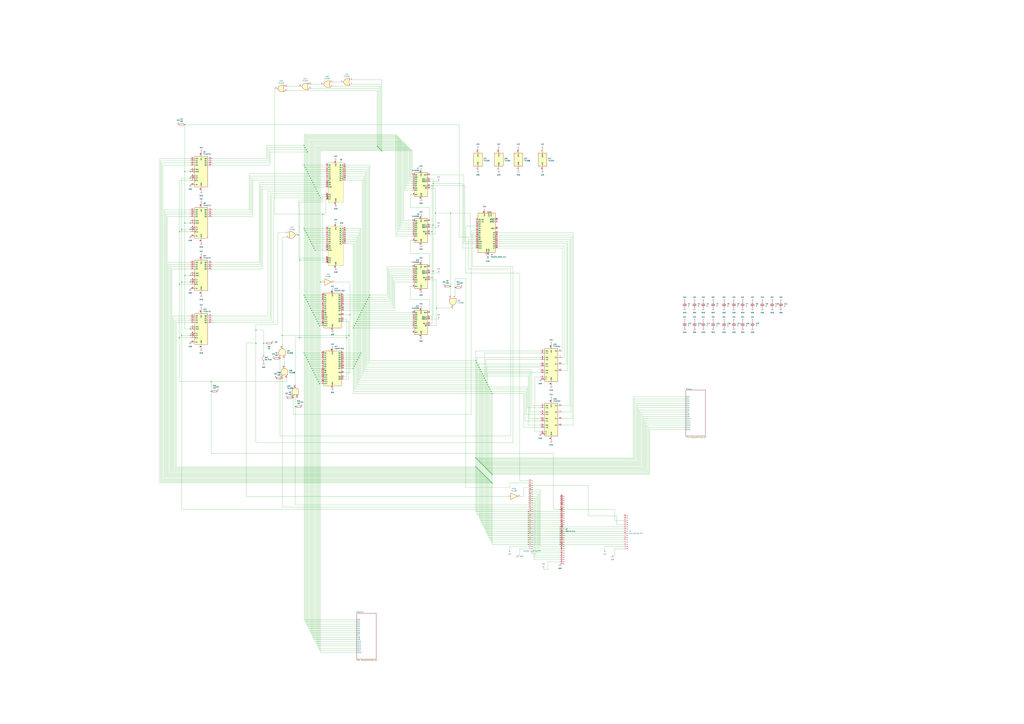
<source format=kicad_sch>
(kicad_sch (version 20231120) (generator "eeschema") (generator_version "8.0")
  (paper "A0")
  (junction (at 210.82 327.66))
  (junction (at 411.48 378.46))
  (junction (at 353.06 265.43))
  (junction (at 208.28 392.43))
  (junction (at 565.15 544.83))
  (junction (at 613.41 617.22))
  (junction (at 565.15 444.5))
  (junction (at 613.41 619.76))
  (junction (at 417.83 365.76))
  (junction (at 571.5 561.34))
  (junction (at 613.41 612.14))
  (junction (at 364.49 365.76))
  (junction (at 214.63 199.39))
  (junction (at 364.49 433.07))
  (junction (at 421.64 358.14))
  (junction (at 365.76 290.83))
  (junction (at 369.57 375.92))
  (junction (at 327.66 389.89))
  (junction (at 613.41 594.36))
  (junction (at 568.96 558.8))
  (junction (at 368.3 222.25))
  (junction (at 356.87 417.83))
  (junction (at 613.41 629.92))
  (junction (at 220.98 320.04))
  (junction (at 220.98 207.01))
  (junction (at 613.41 609.6))
  (junction (at 567.69 557.53))
  (junction (at 363.22 430.53))
  (junction (at 363.22 285.75))
  (junction (at 361.95 360.68))
  (junction (at 214.63 320.04))
  (junction (at 360.68 425.45))
  (junction (at 566.42 556.26))
  (junction (at 245.11 454.66))
  (junction (at 353.06 410.21))
  (junction (at 566.42 447.04))
  (junction (at 429.26 342.9))
  (junction (at 355.6 173.99))
  (junction (at 325.12 416.56))
  (junction (at 650.24 591.82))
  (junction (at 563.88 553.72))
  (junction (at 358.14 420.37))
  (junction (at 365.76 217.17))
  (junction (at 560.07 434.34))
  (junction (at 354.33 412.75))
  (junction (at 372.11 327.66))
  (junction (at 424.18 353.06))
  (junction (at 558.8 431.8))
  (junction (at 355.6 415.29))
  (junction (at 358.14 275.59))
  (junction (at 210.82 389.89))
  (junction (at 353.06 191.77))
  (junction (at 354.33 194.31))
  (junction (at 556.26 535.94))
  (junction (at 360.68 358.14))
  (junction (at 427.99 345.44))
  (junction (at 354.33 171.45))
  (junction (at 414.02 420.37))
  (junction (at 360.68 280.67))
  (junction (at 613.41 614.68))
  (junction (at 368.3 440.69))
  (junction (at 369.57 224.79))
  (junction (at 306.07 398.78))
  (junction (at 501.65 215.9))
  (junction (at 297.18 398.78))
  (junction (at 364.49 214.63))
  (junction (at 506.73 358.14))
  (junction (at 412.75 422.91))
  (junction (at 557.53 429.26))
  (junction (at 650.24 619.76))
  (junction (at 412.75 375.92))
  (junction (at 556.26 546.1))
  (junction (at 565.15 554.99))
  (junction (at 347.98 392.43))
  (junction (at 419.1 363.22))
  (junction (at 327.66 439.42))
  (junction (at 372.11 229.87))
  (junction (at 355.6 347.98))
  (junction (at 553.72 421.64))
  (junction (at 570.23 454.66))
  (junction (at 360.68 207.01))
  (junction (at 340.36 462.28))
  (junction (at 558.8 548.64))
  (junction (at 210.82 266.7))
  (junction (at 359.41 204.47))
  (junction (at 214.63 259.08))
  (junction (at 502.92 213.36))
  (junction (at 552.45 419.1))
  (junction (at 562.61 552.45))
  (junction (at 359.41 278.13))
  (junction (at 402.59 392.43))
  (junction (at 558.8 538.48))
  (junction (at 365.76 368.3))
  (junction (at 358.14 201.93))
  (junction (at 245.11 443.23))
  (junction (at 220.98 382.27))
  (junction (at 440.69 172.72))
  (junction (at 556.26 426.72))
  (junction (at 406.4 365.76))
  (junction (at 356.87 273.05))
  (junction (at 613.41 601.98))
  (junction (at 523.24 332.74))
  (junction (at 346.71 273.05))
  (junction (at 438.15 170.18))
  (junction (at 568.96 548.64))
  (junction (at 568.96 452.12))
  (junction (at 361.95 427.99))
  (junction (at 650.24 614.68))
  (junction (at 370.84 445.77))
  (junction (at 561.34 541.02))
  (junction (at 208.28 269.24))
  (junction (at 416.56 368.3))
  (junction (at 353.06 342.9))
  (junction (at 363.22 363.22))
  (junction (at 410.21 381))
  (junction (at 359.41 355.6))
  (junction (at 505.46 247.65))
  (junction (at 554.99 544.83))
  (junction (at 220.98 266.7))
  (junction (at 369.57 443.23))
  (junction (at 571.5 551.18))
  (junction (at 553.72 543.56))
  (junction (at 367.03 370.84))
  (junction (at 501.65 322.58))
  (junction (at 613.41 604.52))
  (junction (at 571.5 457.2))
  (junction (at 441.96 173.99))
  (junction (at 363.22 212.09))
  (junction (at 560.07 539.75))
  (junction (at 361.95 209.55))
  (junction (at 342.9 472.44))
  (junction (at 220.98 199.39))
  (junction (at 353.06 168.91))
  (junction (at 561.34 436.88))
  (junction (at 566.42 546.1))
  (junction (at 443.23 175.26))
  (junction (at 650.24 612.14))
  (junction (at 364.49 288.29))
  (junction (at 570.23 549.91))
  (junction (at 355.6 270.51))
  (junction (at 220.98 389.89))
  (junction (at 297.18 383.54))
  (junction (at 356.87 176.53))
  (junction (at 370.84 227.33))
  (junction (at 562.61 439.42))
  (junction (at 557.53 547.37))
  (junction (at 355.6 196.85))
  (junction (at 367.03 438.15))
  (junction (at 554.99 424.18))
  (junction (at 411.48 425.45))
  (junction (at 220.98 327.66))
  (junction (at 650.24 627.38))
  (junction (at 370.84 378.46))
  (junction (at 374.65 248.92))
  (junction (at 613.41 596.9))
  (junction (at 356.87 199.39))
  (junction (at 552.45 542.29))
  (junction (at 368.3 373.38))
  (junction (at 650.24 629.92))
  (junction (at 560.07 549.91))
  (junction (at 557.53 537.21))
  (junction (at 415.29 417.83))
  (junction (at 356.87 350.52))
  (junction (at 553.72 533.4))
  (junction (at 347.98 302.26))
  (junction (at 214.63 144.78))
  (junction (at 361.95 283.21))
  (junction (at 354.33 345.44))
  (junction (at 561.34 551.18))
  (junction (at 405.13 389.89))
  (junction (at 562.61 542.29))
  (junction (at 650.24 622.3))
  (junction (at 502.92 314.96))
  (junction (at 567.69 449.58))
  (junction (at 554.99 534.67))
  (junction (at 570.23 560.07))
  (junction (at 425.45 350.52))
  (junction (at 567.69 547.37))
  (junction (at 502.92 261.62))
  (junction (at 613.41 622.3))
  (junction (at 208.28 330.2))
  (junction (at 613.41 632.46))
  (junction (at 613.41 627.38))
  (junction (at 358.14 353.06))
  (junction (at 650.24 632.46))
  (junction (at 420.37 360.68))
  (junction (at 528.32 334.01))
  (junction (at 416.56 415.29))
  (junction (at 552.45 532.13))
  (junction (at 613.41 607.06))
  (junction (at 426.72 347.98))
  (junction (at 414.02 373.38))
  (junction (at 354.33 267.97))
  (junction (at 613.41 599.44))
  (junction (at 563.88 441.96))
  (junction (at 419.1 410.21))
  (junction (at 220.98 259.08))
  (junction (at 365.76 435.61))
  (junction (at 367.03 219.71))
  (junction (at 422.91 355.6))
  (junction (at 417.83 412.75))
  (junction (at 359.41 422.91))
  (junction (at 566.42 298.45))
  (junction (at 501.65 269.24))
  (junction (at 563.88 543.56))
  (junction (at 650.24 624.84))
  (junction (at 523.24 247.65))
  (junction (at 415.29 370.84))
  (junction (at 439.42 171.45))
  (junction (at 613.41 624.84))
  (junction (at 650.24 617.22))
  (junction (at 410.21 427.99))
  (wire (pts (xy 561.34 551.18) (xy 561.34 612.14)))
  (wire (pts (xy 370.84 445.77) (xy 370.84 755.65)))
  (wire (pts (xy 613.41 563.88) (xy 683.26 563.88)))
  (wire (pts (xy 292.1 248.92) (xy 292.1 207.01)))
  (wire (pts (xy 398.78 410.21) (xy 419.1 410.21)))
  (wire (pts (xy 571.5 551.18) (xy 754.38 551.18)))
  (wire (pts (xy 373.38 420.37) (xy 358.14 420.37)))
  (wire (pts (xy 417.83 267.97) (xy 401.32 267.97)))
  (wire (pts (xy 440.69 172.72) (xy 476.25 172.72)))
  (wire (pts (xy 378.46 285.75) (xy 363.22 285.75)))
  (wire (pts (xy 367.03 170.18) (xy 438.15 170.18)))
  (wire (pts (xy 411.48 280.67) (xy 411.48 378.46)))
  (wire (pts (xy 361.95 209.55) (xy 361.95 283.21)))
  (wire (pts (xy 595.63 309.88) (xy 548.64 309.88)))
  (wire (pts (xy 744.22 478.79) (xy 744.22 541.02)))
  (wire (pts (xy 410.21 381) (xy 410.21 427.99)))
  (wire (pts (xy 331.47 270.51) (xy 322.58 270.51)))
  (wire (pts (xy 220.98 248.92) (xy 193.04 248.92)))
  (wire (pts (xy 429.26 419.1) (xy 552.45 419.1)))
  (wire (pts (xy 541.02 566.42) (xy 541.02 323.85)))
  (wire (pts (xy 499.11 271.78) (xy 505.46 271.78)))
  (wire (pts (xy 334.01 105.41) (xy 438.15 105.41)))
  (wire (pts (xy 419.1 363.22) (xy 419.1 410.21)))
  (wire (pts (xy 363.22 363.22) (xy 363.22 430.53)))
  (wire (pts (xy 565.15 298.45) (xy 566.42 298.45)))
  (wire (pts (xy 359.41 204.47) (xy 378.46 204.47)))
  (wire (pts (xy 374.65 248.92) (xy 378.46 248.92)))
  (wire (pts (xy 353.06 191.77) (xy 353.06 265.43)))
  (wire (pts (xy 478.79 226.06) (xy 476.25 226.06)))
  (wire (pts (xy 425.45 350.52) (xy 425.45 426.72)))
  (wire (pts (xy 306.07 383.54) (xy 297.18 383.54)))
  (wire (pts (xy 354.33 412.75) (xy 354.33 722.63)))
  (wire (pts (xy 347.98 302.26) (xy 378.46 302.26)))
  (wire (pts (xy 353.06 410.21) (xy 353.06 720.09)))
  (wire (pts (xy 398.78 422.91) (xy 412.75 422.91)))
  (wire (pts (xy 302.26 214.63) (xy 364.49 214.63)))
  (wire (pts (xy 289.56 201.93) (xy 358.14 201.93)))
  (wire (pts (xy 358.14 420.37) (xy 358.14 730.25)))
  (wire (pts (xy 617.22 429.26) (xy 617.22 471.17)))
  (wire (pts (xy 560.07 539.75) (xy 742.95 539.75)))
  (wire (pts (xy 622.3 579.12) (xy 613.41 579.12)))
  (wire (pts (xy 567.69 295.91) (xy 567.69 298.45)))
  (wire (pts (xy 302.26 214.63) (xy 302.26 307.34)))
  (wire (pts (xy 552.45 262.89) (xy 541.02 262.89)))
  (wire (pts (xy 203.2 543.56) (xy 203.2 372.11)))
  (wire (pts (xy 627.38 481.33) (xy 610.87 481.33)))
  (wire (pts (xy 359.41 162.56) (xy 466.09 162.56)))
  (wire (pts (xy 416.56 368.3) (xy 478.79 368.3)))
  (wire (pts (xy 208.28 330.2) (xy 208.28 392.43)))
  (wire (pts (xy 359.41 355.6) (xy 359.41 422.91)))
  (wire (pts (xy 210.82 591.82) (xy 613.41 591.82)))
  (wire (pts (xy 373.38 417.83) (xy 356.87 417.83)))
  (wire (pts (xy 528.32 323.85) (xy 541.02 323.85)))
  (wire (pts (xy 631.19 660.4) (xy 631.19 661.67)))
  (wire (pts (xy 378.46 283.21) (xy 361.95 283.21)))
  (wire (pts (xy 363.22 285.75) (xy 363.22 363.22)))
  (wire (pts (xy 308.61 398.78) (xy 306.07 398.78)))
  (wire (pts (xy 312.42 189.23) (xy 312.42 173.99)))
  (wire (pts (xy 364.49 288.29) (xy 364.49 365.76)))
  (wire (pts (xy 558.8 538.48) (xy 558.8 548.64)))
  (wire (pts (xy 621.03 438.15) (xy 627.38 438.15)))
  (wire (pts (xy 577.85 283.21) (xy 657.86 283.21)))
  (wire (pts (xy 354.33 194.31) (xy 354.33 267.97)))
  (wire (pts (xy 363.22 430.53) (xy 363.22 740.41)))
  (wire (pts (xy 472.44 168.91) (xy 365.76 168.91)))
  (wire (pts (xy 702.31 635) (xy 702.31 638.81)))
  (wire (pts (xy 360.68 280.67) (xy 360.68 358.14)))
  (wire (pts (xy 214.63 199.39) (xy 214.63 259.08)))
  (wire (pts (xy 318.77 248.92) (xy 374.65 248.92)))
  (wire (pts (xy 440.69 100.33) (xy 440.69 172.72)))
  (wire (pts (xy 416.56 270.51) (xy 401.32 270.51)))
  (wire (pts (xy 565.15 619.76) (xy 565.15 554.99)))
  (wire (pts (xy 570.23 549.91) (xy 753.11 549.91)))
  (wire (pts (xy 210.82 266.7) (xy 220.98 266.7)))
  (wire (pts (xy 554.99 422.91) (xy 554.99 424.18)))
  (wire (pts (xy 501.65 322.58) (xy 501.65 269.24)))
  (wire (pts (xy 439.42 102.87) (xy 439.42 171.45)))
  (wire (pts (xy 370.84 378.46) (xy 370.84 445.77)))
  (wire (pts (xy 364.49 214.63) (xy 378.46 214.63)))
  (wire (pts (xy 201.93 544.83) (xy 554.99 544.83)))
  (wire (pts (xy 627.38 501.65) (xy 621.03 501.65)))
  (wire (pts (xy 311.15 367.03) (xy 311.15 222.25)))
  (wire (pts (xy 577.85 278.13) (xy 661.67 278.13)))
  (wire (pts (xy 419.1 265.43) (xy 401.32 265.43)))
  (wire (pts (xy 627.38 426.72) (xy 627.38 430.53)))
  (wire (pts (xy 356.87 199.39) (xy 356.87 176.53)))
  (wire (pts (xy 568.96 548.64) (xy 568.96 452.12)))
  (wire (pts (xy 311.15 171.45) (xy 354.33 171.45)))
  (wire (pts (xy 300.99 304.8) (xy 300.99 212.09)))
  (wire (pts (xy 627.38 407.67) (xy 552.45 407.67)))
  (wire (pts (xy 220.98 189.23) (xy 187.96 189.23)))
  (wire (pts (xy 220.98 325.12) (xy 220.98 327.66)))
  (wire (pts (xy 346.71 232.41) (xy 346.71 273.05)))
  (wire (pts (xy 361.95 97.79) (xy 372.11 97.79)))
  (wire (pts (xy 683.26 599.44) (xy 716.28 599.44)))
  (wire (pts (xy 297.18 383.54) (xy 297.18 398.78)))
  (wire (pts (xy 565.15 425.45) (xy 565.15 444.5)))
  (wire (pts (xy 398.78 358.14) (xy 421.64 358.14)))
  (wire (pts (xy 560.07 549.91) (xy 560.07 539.75)))
  (wire (pts (xy 557.53 547.37) (xy 557.53 604.52)))
  (wire (pts (xy 735.33 461.01) (xy 796.29 461.01)))
  (wire (pts (xy 210.82 327.66) (xy 210.82 266.7)))
  (wire (pts (xy 626.11 637.54) (xy 650.24 637.54)))
  (wire (pts (xy 421.64 434.34) (xy 560.07 434.34)))
  (wire (pts (xy 462.28 269.24) (xy 462.28 158.75)))
  (wire (pts (xy 566.42 433.07) (xy 566.42 447.04)))
  (wire (pts (xy 577.85 273.05) (xy 664.21 273.05)))
  (wire (pts (xy 398.78 415.29) (xy 416.56 415.29)))
  (wire (pts (xy 617.22 429.26) (xy 557.53 429.26)))
  (wire (pts (xy 553.72 596.9) (xy 553.72 543.56)))
  (wire (pts (xy 613.41 624.84) (xy 650.24 624.84)))
  (wire (pts (xy 210.82 266.7) (xy 210.82 207.01)))
  (wire (pts (xy 567.69 547.37) (xy 750.57 547.37)))
  (wire (pts (xy 358.14 201.93) (xy 378.46 201.93)))
  (wire (pts (xy 303.53 309.88) (xy 303.53 217.17)))
  (wire (pts (xy 608.33 496.57) (xy 608.33 457.2)))
  (wire (pts (xy 603.25 637.54) (xy 603.25 645.16)))
  (wire (pts (xy 547.37 481.33) (xy 547.37 267.97)))
  (wire (pts (xy 422.91 355.6) (xy 422.91 431.8)))
  (wire (pts (xy 467.36 163.83) (xy 360.68 163.83)))
  (wire (pts (xy 652.78 407.67) (xy 652.78 288.29)))
  (wire (pts (xy 650.24 614.68) (xy 723.9 614.68)))
  (wire (pts (xy 246.38 369.57) (xy 313.69 369.57)))
  (wire (pts (xy 610.87 452.12) (xy 568.96 452.12)))
  (wire (pts (xy 304.8 219.71) (xy 304.8 312.42)))
  (wire (pts (xy 429.26 191.77) (xy 401.32 191.77)))
  (wire (pts (xy 621.03 501.65) (xy 621.03 438.15)))
  (wire (pts (xy 501.65 269.24) (xy 499.11 269.24)))
  (wire (pts (xy 422.91 355.6) (xy 455.93 355.6)))
  (wire (pts (xy 657.86 283.21) (xy 657.86 422.91)))
  (wire (pts (xy 373.38 358.14) (xy 360.68 358.14)))
  (wire (pts (xy 450.85 345.44) (xy 450.85 312.42)))
  (wire (pts (xy 374.65 228.6) (xy 378.46 228.6)))
  (wire (pts (xy 285.75 576.58) (xy 285.75 398.78)))
  (wire (pts (xy 417.83 441.96) (xy 563.88 441.96)))
  (wire (pts (xy 194.31 251.46) (xy 194.31 552.45)))
  (wire (pts (xy 208.28 392.43) (xy 208.28 443.23)))
  (wire (pts (xy 378.46 270.51) (xy 355.6 270.51)))
  (wire (pts (xy 613.41 599.44) (xy 650.24 599.44)))
  (wire (pts (xy 189.23 191.77) (xy 220.98 191.77)))
  (wire (pts (xy 346.71 232.41) (xy 373.38 232.41)))
  (wire (pts (xy 415.29 370.84) (xy 478.79 370.84)))
  (wire (pts (xy 220.98 317.5) (xy 220.98 320.04)))
  (wire (pts (xy 429.26 342.9) (xy 429.26 419.1)))
  (wire (pts (xy 365.76 168.91) (xy 365.76 217.17)))
  (wire (pts (xy 473.71 213.36) (xy 478.79 213.36)))
  (wire (pts (xy 749.3 488.95) (xy 796.29 488.95)))
  (wire (pts (xy 655.32 285.75) (xy 577.85 285.75)))
  (wire (pts (xy 373.38 430.53) (xy 363.22 430.53)))
  (wire (pts (xy 360.68 163.83) (xy 360.68 207.01)))
  (wire (pts (xy 359.41 422.91) (xy 359.41 732.79)))
  (wire (pts (xy 562.61 410.21) (xy 562.61 439.42)))
  (wire (pts (xy 368.3 440.69) (xy 368.3 750.57)))
  (wire (pts (xy 356.87 199.39) (xy 356.87 273.05)))
  (wire (pts (xy 414.02 275.59) (xy 414.02 373.38)))
  (wire (pts (xy 417.83 412.75) (xy 417.83 441.96)))
  (wire (pts (xy 657.86 422.91) (xy 652.78 422.91)))
  (wire (pts (xy 332.74 443.23) (xy 332.74 439.42)))
  (wire (pts (xy 552.45 407.67) (xy 552.45 419.1)))
  (wire (pts (xy 309.88 184.15) (xy 309.88 168.91)))
  (wire (pts (xy 567.69 557.53) (xy 189.23 557.53)))
  (wire (pts (xy 372.11 175.26) (xy 372.11 229.87)))
  (wire (pts (xy 560.07 539.75) (xy 560.07 434.34)))
  (wire (pts (xy 562.61 614.68) (xy 613.41 614.68)))
  (wire (pts (xy 416.56 444.5) (xy 565.15 444.5)))
  (wire (pts (xy 652.78 288.29) (xy 577.85 288.29)))
  (wire (pts (xy 214.63 259.08) (xy 220.98 259.08)))
  (wire (pts (xy 561.34 541.02) (xy 744.22 541.02)))
  (wire (pts (xy 302.26 307.34) (xy 246.38 307.34)))
  (wire (pts (xy 462.28 158.75) (xy 355.6 158.75)))
  (wire (pts (xy 623.57 576.58) (xy 623.57 642.62)))
  (wire (pts (xy 523.24 332.74) (xy 523.24 342.9)))
  (wire (pts (xy 740.41 471.17) (xy 796.29 471.17)))
  (wire (pts (xy 502.92 368.3) (xy 499.11 368.3)))
  (wire (pts (xy 429.26 342.9) (xy 449.58 342.9)))
  (wire (pts (xy 369.57 224.79) (xy 369.57 172.72)))
  (wire (pts (xy 478.79 274.32) (xy 459.74 274.32)))
  (wire (pts (xy 548.64 270.51) (xy 552.45 270.51)))
  (wire (pts (xy 754.38 551.18) (xy 754.38 499.11)))
  (wire (pts (xy 659.13 430.53) (xy 659.13 280.67)))
  (wire (pts (xy 312.42 189.23) (xy 246.38 189.23)))
  (wire (pts (xy 557.53 537.21) (xy 740.41 537.21)))
  (wire (pts (xy 476.25 226.06) (xy 476.25 241.3)))
  (wire (pts (xy 373.38 232.41) (xy 373.38 226.06)))
  (wire (pts (xy 347.98 234.95) (xy 347.98 302.26)))
  (wire (pts (xy 608.33 566.42) (xy 613.41 566.42)))
  (wire (pts (xy 421.64 207.01) (xy 421.64 358.14)))
  (wire (pts (xy 612.14 449.58) (xy 567.69 449.58)))
  (wire (pts (xy 615.95 431.8) (xy 558.8 431.8)))
  (wire (pts (xy 369.57 375.92) (xy 369.57 443.23)))
  (wire (pts (xy 303.53 217.17) (xy 365.76 217.17)))
  (wire (pts (xy 360.68 358.14) (xy 360.68 425.45)))
  (wire (pts (xy 426.72 196.85) (xy 426.72 347.98)))
  (wire (pts (xy 373.38 365.76) (xy 364.49 365.76)))
  (wire (pts (xy 314.96 227.33) (xy 314.96 372.11)))
  (wire (pts (xy 558.8 538.48) (xy 741.68 538.48)))
  (wire (pts (xy 311.15 186.69) (xy 246.38 186.69)))
  (wire (pts (xy 378.46 278.13) (xy 359.41 278.13)))
  (wire (pts (xy 360.68 207.01) (xy 378.46 207.01)))
  (wire (pts (xy 506.73 325.12) (xy 499.11 325.12)))
  (wire (pts (xy 566.42 622.3) (xy 613.41 622.3)))
  (wire (pts (xy 369.57 224.79) (xy 369.57 375.92)))
  (wire (pts (xy 539.75 215.9) (xy 539.75 280.67)))
  (wire (pts (xy 571.5 632.46) (xy 613.41 632.46)))
  (wire (pts (xy 464.82 264.16) (xy 464.82 161.29)))
  (wire (pts (xy 297.18 514.35) (xy 595.63 514.35)))
  (wire (pts (xy 365.76 217.17) (xy 378.46 217.17)))
  (wire (pts (xy 360.68 735.33) (xy 414.02 735.33)))
  (wire (pts (xy 560.07 549.91) (xy 560.07 609.6)))
  (wire (pts (xy 553.72 421.64) (xy 553.72 533.4)))
  (wire (pts (xy 200.66 367.03) (xy 220.98 367.03)))
  (wire (pts (xy 751.84 494.03) (xy 796.29 494.03)))
  (wire (pts (xy 373.38 443.23) (xy 369.57 443.23)))
  (wire (pts (xy 603.25 637.54) (xy 613.41 637.54)))
  (wire (pts (xy 613.41 619.76) (xy 650.24 619.76)))
  (wire (pts (xy 713.74 604.52) (xy 723.9 604.52)))
  (wire (pts (xy 365.76 217.17) (xy 365.76 290.83)))
  (wire (pts (xy 506.73 378.46) (xy 506.73 358.14)))
  (wire (pts (xy 190.5 243.84) (xy 190.5 556.26)))
  (wire (pts (xy 613.41 494.03) (xy 613.41 436.88)))
  (wire (pts (xy 454.66 320.04) (xy 454.66 353.06)))
  (wire (pts (xy 556.26 535.94) (xy 739.14 535.94)))
  (wire (pts (xy 650.24 612.14) (xy 723.9 612.14)))
  (wire (pts (xy 220.98 256.54) (xy 220.98 259.08)))
  (wire (pts (xy 627.38 433.07) (xy 566.42 433.07)))
  (wire (pts (xy 443.23 92.71) (xy 443.23 175.26)))
  (wire (pts (xy 340.36 481.33) (xy 547.37 481.33)))
  (wire (pts (xy 567.69 298.45) (xy 566.42 298.45)))
  (wire (pts (xy 735.33 532.13) (xy 735.33 461.01)))
  (wire (pts (xy 449.58 309.88) (xy 478.79 309.88)))
  (wire (pts (xy 563.88 543.56) (xy 746.76 543.56)))
  (wire (pts (xy 356.87 199.39) (xy 378.46 199.39)))
  (wire (pts (xy 246.38 304.8) (xy 300.99 304.8)))
  (wire (pts (xy 627.38 422.91) (xy 554.99 422.91)))
  (wire (pts (xy 458.47 327.66) (xy 478.79 327.66)))
  (wire (pts (xy 567.69 449.58) (xy 567.69 547.37)))
  (wire (pts (xy 187.96 189.23) (xy 187.96 558.8)))
  (wire (pts (xy 627.38 635) (xy 627.38 568.96)))
  (wire (pts (xy 198.12 548.64) (xy 198.12 309.88)))
  (wire (pts (xy 370.84 227.33) (xy 370.84 173.99)))
  (wire (pts (xy 613.41 632.46) (xy 650.24 632.46)))
  (wire (pts (xy 293.37 209.55) (xy 361.95 209.55)))
  (wire (pts (xy 505.46 247.65) (xy 523.24 247.65)))
  (wire (pts (xy 427.99 194.31) (xy 401.32 194.31)))
  (wire (pts (xy 563.88 417.83) (xy 563.88 441.96)))
  (wire (pts (xy 398.78 420.37) (xy 414.02 420.37)))
  (wire (pts (xy 556.26 426.72) (xy 627.38 426.72)))
  (wire (pts (xy 561.34 436.88) (xy 561.34 541.02)))
  (wire (pts (xy 365.76 368.3) (xy 365.76 435.61)))
  (wire (pts (xy 370.84 173.99) (xy 441.96 173.99)))
  (wire (pts (xy 478.79 320.04) (xy 454.66 320.04)))
  (wire (pts (xy 415.29 370.84) (xy 415.29 417.83)))
  (wire (pts (xy 622.3 645.16) (xy 622.3 579.12)))
  (wire (pts (xy 455.93 355.6) (xy 455.93 322.58)))
  (wire (pts (xy 365.76 290.83) (xy 365.76 368.3)))
  (wire (pts (xy 464.82 161.29) (xy 358.14 161.29)))
  (wire (pts (xy 528.32 334.01) (xy 528.32 323.85)))
  (wire (pts (xy 372.11 175.26) (xy 443.23 175.26)))
  (wire (pts (xy 415.29 273.05) (xy 415.29 370.84)))
  (wire (pts (xy 367.03 219.71) (xy 367.03 370.84)))
  (wire (pts (xy 317.5 229.87) (xy 372.11 229.87)))
  (wire (pts (xy 246.38 367.03) (xy 311.15 367.03)))
  (wire (pts (xy 613.41 617.22) (xy 650.24 617.22)))
  (wire (pts (xy 570.23 629.92) (xy 570.23 560.07)))
  (wire (pts (xy 317.5 374.65) (xy 317.5 229.87)))
  (wire (pts (xy 506.73 358.14) (xy 506.73 325.12)))
  (wire (pts (xy 359.41 278.13) (xy 359.41 355.6)))
  (wire (pts (xy 398.78 412.75) (xy 417.83 412.75)))
  (wire (pts (xy 565.15 544.83) (xy 565.15 554.99)))
  (wire (pts (xy 563.88 553.72) (xy 563.88 617.22)))
  (wire (pts (xy 556.26 546.1) (xy 200.66 546.1)))
  (wire (pts (xy 190.5 556.26) (xy 566.42 556.26)))
  (wire (pts (xy 361.95 165.1) (xy 468.63 165.1)))
  (wire (pts (xy 538.48 203.2) (xy 499.11 203.2)))
  (wire (pts (xy 627.38 496.57) (xy 608.33 496.57)))
  (wire (pts (xy 565.15 554.99) (xy 191.77 554.99)))
  (wire (pts (xy 214.63 382.27) (xy 220.98 382.27)))
  (wire (pts (xy 737.87 466.09) (xy 796.29 466.09)))
  (wire (pts (xy 457.2 325.12) (xy 457.2 358.14)))
  (wire (pts (xy 304.8 219.71) (xy 367.03 219.71)))
  (wire (pts (xy 193.04 248.92) (xy 193.04 553.72)))
  (wire (pts (xy 355.6 270.51) (xy 355.6 347.98)))
  (wire (pts (xy 562.61 542.29) (xy 562.61 439.42)))
  (wire (pts (xy 373.38 347.98) (xy 355.6 347.98)))
  (wire (pts (xy 406.4 433.07) (xy 406.4 365.76)))
  (wire (pts (xy 373.38 373.38) (xy 368.3 373.38)))
  (wire (pts (xy 568.96 558.8) (xy 568.96 548.64)))
  (wire (pts (xy 655.32 415.29) (xy 655.32 285.75)))
  (wire (pts (xy 373.38 435.61) (xy 365.76 435.61)))
  (wire (pts (xy 425.45 199.39) (xy 425.45 350.52)))
  (wire (pts (xy 373.38 433.07) (xy 364.49 433.07)))
  (wire (pts (xy 650.24 635) (xy 627.38 635)))
  (wire (pts (xy 746.76 543.56) (xy 746.76 483.87)))
  (wire (pts (xy 420.37 436.88) (xy 561.34 436.88)))
  (wire (pts (xy 356.87 160.02) (xy 356.87 176.53)))
  (wire (pts (xy 568.96 627.38) (xy 613.41 627.38)))
  (wire (pts (xy 562.61 552.45) (xy 562.61 542.29)))
  (wire (pts (xy 476.25 172.72) (xy 476.25 208.28)))
  (wire (pts (xy 358.14 201.93) (xy 358.14 275.59)))
  (wire (pts (xy 364.49 433.07) (xy 364.49 742.95)))
  (wire (pts (xy 355.6 196.85) (xy 355.6 270.51)))
  (wire (pts (xy 355.6 725.17) (xy 414.02 725.17)))
  (wire (pts (xy 373.38 327.66) (xy 372.11 327.66)))
  (wire (pts (xy 289.56 243.84) (xy 289.56 201.93)))
  (wire (pts (xy 476.25 347.98) (xy 499.11 347.98)))
  (wire (pts (xy 196.85 307.34) (xy 196.85 549.91)))
  (wire (pts (xy 502.92 314.96) (xy 499.11 314.96)))
  (wire (pts (xy 554.99 534.67) (xy 554.99 424.18)))
  (wire (pts (xy 405.13 389.89) (xy 405.13 440.69)))
  (wire (pts (xy 373.38 375.92) (xy 369.57 375.92)))
  (wire (pts (xy 398.78 433.07) (xy 406.4 433.07)))
  (wire (pts (xy 373.38 363.22) (xy 363.22 363.22)))
  (wire (pts (xy 410.21 283.21) (xy 410.21 381)))
  (wire (pts (xy 499.11 378.46) (xy 506.73 378.46)))
  (wire (pts (xy 565.15 544.83) (xy 748.03 544.83)))
  (wire (pts (xy 361.95 427.99) (xy 361.95 737.87)))
  (wire (pts (xy 354.33 157.48) (xy 354.33 171.45)))
  (wire (pts (xy 411.48 425.45) (xy 411.48 454.66)))
  (wire (pts (xy 552.45 283.21) (xy 538.48 283.21)))
  (wire (pts (xy 664.21 486.41) (xy 652.78 486.41)))
  (wire (pts (xy 373.38 370.84) (xy 367.03 370.84)))
  (wire (pts (xy 356.87 273.05) (xy 356.87 350.52)))
  (wire (pts (xy 427.99 421.64) (xy 553.72 421.64)))
  (wire (pts (xy 463.55 266.7) (xy 478.79 266.7)))
  (wire (pts (xy 603.25 645.16) (xy 600.71 645.16)))
  (wire (pts (xy 624.84 574.04) (xy 613.41 574.04)))
  (wire (pts (xy 200.66 546.1) (xy 200.66 367.03)))
  (wire (pts (xy 567.69 547.37) (xy 567.69 557.53)))
  (wire (pts (xy 552.45 542.29) (xy 552.45 532.13)))
  (wire (pts (xy 290.83 204.47) (xy 359.41 204.47)))
  (wire (pts (xy 370.84 445.77) (xy 373.38 445.77)))
  (wire (pts (xy 361.95 283.21) (xy 361.95 360.68)))
  (wire (pts (xy 185.42 184.15) (xy 185.42 561.34)))
  (wire (pts (xy 619.76 650.24) (xy 650.24 650.24)))
  (wire (pts (xy 439.42 171.45) (xy 368.3 171.45)))
  (wire (pts (xy 311.15 186.69) (xy 311.15 171.45)))
  (wire (pts (xy 459.74 156.21) (xy 353.06 156.21)))
  (wire (pts (xy 199.39 312.42) (xy 199.39 547.37)))
  (wire (pts (xy 187.96 558.8) (xy 568.96 558.8)))
  (wire (pts (xy 561.34 541.02) (xy 561.34 551.18)))
  (wire (pts (xy 347.98 302.26) (xy 347.98 392.43)))
  (wire (pts (xy 664.21 273.05) (xy 664.21 486.41)))
  (wire (pts (xy 662.94 275.59) (xy 577.85 275.59)))
  (wire (pts (xy 558.8 607.06) (xy 558.8 548.64)))
  (wire (pts (xy 642.62 527.05) (xy 245.11 527.05)))
  (wire (pts (xy 473.71 170.18) (xy 473.71 213.36)))
  (wire (pts (xy 363.22 212.09) (xy 363.22 285.75)))
  (wire (pts (xy 360.68 425.45) (xy 360.68 735.33)))
  (wire (pts (xy 650.24 591.82) (xy 713.74 591.82)))
  (wire (pts (xy 478.79 269.24) (xy 462.28 269.24)))
  (wire (pts (xy 342.9 586.74) (xy 342.9 472.44)))
  (wire (pts (xy 552.45 532.13) (xy 735.33 532.13)))
  (wire (pts (xy 650.24 617.22) (xy 723.9 617.22)))
  (wire (pts (xy 552.45 288.29) (xy 537.21 288.29)))
  (wire (pts (xy 364.49 365.76) (xy 364.49 433.07)))
  (wire (pts (xy 196.85 549.91) (xy 560.07 549.91)))
  (wire (pts (xy 665.48 270.51) (xy 577.85 270.51)))
  (wire (pts (xy 358.14 275.59) (xy 358.14 353.06)))
  (wire (pts (xy 210.82 389.89) (xy 210.82 327.66)))
  (wire (pts (xy 627.38 417.83) (xy 563.88 417.83)))
  (wire (pts (xy 342.9 586.74) (xy 613.41 586.74)))
  (wire (pts (xy 313.69 191.77) (xy 246.38 191.77)))
  (wire (pts (xy 471.17 218.44) (xy 478.79 218.44)))
  (wire (pts (xy 373.38 353.06) (xy 358.14 353.06)))
  (wire (pts (xy 591.82 561.34) (xy 591.82 566.42)))
  (wire (pts (xy 374.65 234.95) (xy 374.65 228.6)))
  (wire (pts (xy 186.69 186.69) (xy 220.98 186.69)))
  (wire (pts (xy 373.38 425.45) (xy 360.68 425.45)))
  (wire (pts (xy 613.41 604.52) (xy 650.24 604.52)))
  (wire (pts (xy 414.02 373.38) (xy 478.79 373.38)))
  (wire (pts (xy 373.38 342.9) (xy 353.06 342.9)))
  (wire (pts (xy 313.69 191.77) (xy 313.69 176.53)))
  (wire (pts (xy 505.46 247.65) (xy 505.46 218.44)))
  (wire (pts (xy 353.06 342.9) (xy 353.06 410.21)))
  (wire (pts (xy 523.24 247.65) (xy 523.24 332.74)))
  (wire (pts (xy 420.37 209.55) (xy 401.32 209.55)))
  (wire (pts (xy 713.74 637.54) (xy 713.74 645.16)))
  (wire (pts (xy 546.1 273.05) (xy 552.45 273.05)))
  (wire (pts (xy 378.46 288.29) (xy 364.49 288.29)))
  (wire (pts (xy 369.57 753.11) (xy 414.02 753.11)))
  (wire (pts (xy 476.25 332.74) (xy 476.25 347.98)))
  (wire (pts (xy 613.41 612.14) (xy 650.24 612.14)))
  (wire (pts (xy 613.41 561.34) (xy 591.82 561.34)))
  (wire (pts (xy 553.72 533.4) (xy 553.72 543.56)))
  (wire (pts (xy 477.52 173.99) (xy 477.52 205.74)))
  (wire (pts (xy 427.99 194.31) (xy 427.99 345.44)))
  (wire (pts (xy 398.78 373.38) (xy 405.13 373.38)))
  (wire (pts (xy 570.23 454.66) (xy 570.23 549.91)))
  (wire (pts (xy 548.64 309.88) (xy 548.64 270.51)))
  (wire (pts (xy 471.17 167.64) (xy 471.17 218.44)))
  (wire (pts (xy 739.14 468.63) (xy 739.14 535.94)))
  (wire (pts (xy 415.29 417.83) (xy 415.29 447.04)))
  (wire (pts (xy 589.28 576.58) (xy 285.75 576.58)))
  (wire (pts (xy 615.95 478.79) (xy 615.95 431.8)))
  (wire (pts (xy 214.63 320.04) (xy 220.98 320.04)))
  (wire (pts (xy 543.56 278.13) (xy 552.45 278.13)))
  (wire (pts (xy 541.02 262.89) (xy 541.02 317.5)))
  (wire (pts (xy 539.75 280.67) (xy 552.45 280.67)))
  (wire (pts (xy 220.98 387.35) (xy 220.98 389.89)))
  (wire (pts (xy 191.77 554.99) (xy 191.77 246.38)))
  (wire (pts (xy 220.98 379.73) (xy 220.98 382.27)))
  (wire (pts (xy 361.95 209.55) (xy 361.95 165.1)))
  (wire (pts (xy 563.88 617.22) (xy 613.41 617.22)))
  (wire (pts (xy 505.46 271.78) (xy 505.46 247.65)))
  (wire (pts (xy 662.94 478.79) (xy 662.94 275.59)))
  (wire (pts (xy 745.49 481.33) (xy 796.29 481.33)))
  (wire (pts (xy 627.38 473.71) (xy 612.14 473.71)))
  (wire (pts (xy 318.77 102.87) (xy 318.77 248.92)))
  (wire (pts (xy 360.68 207.01) (xy 360.68 280.67)))
  (wire (pts (xy 378.46 290.83) (xy 365.76 290.83)))
  (wire (pts (xy 347.98 234.95) (xy 374.65 234.95)))
  (wire (pts (xy 402.59 438.15) (xy 402.59 392.43)))
  (wire (pts (xy 373.38 226.06) (xy 378.46 226.06)))
  (wire (pts (xy 476.25 241.3) (xy 499.11 241.3)))
  (wire (pts (xy 502.92 213.36) (xy 502.92 208.28)))
  (wire (pts (xy 567.69 624.84) (xy 613.41 624.84)))
  (wire (pts (xy 405.13 389.89) (xy 327.66 389.89)))
  (wire (pts (xy 591.82 566.42) (xy 541.02 566.42)))
  (wire (pts (xy 627.38 488.95) (xy 609.6 488.95)))
  (wire (pts (xy 378.46 280.67) (xy 360.68 280.67)))
  (wire (pts (xy 292.1 207.01) (xy 360.68 207.01)))
  (wire (pts (xy 563.88 543.56) (xy 563.88 441.96)))
  (wire (pts (xy 466.09 162.56) (xy 466.09 261.62)))
  (wire (pts (xy 419.1 265.43) (xy 419.1 363.22)))
  (wire (pts (xy 713.74 645.16) (xy 711.2 645.16)))
  (wire (pts (xy 570.23 549.91) (xy 570.23 560.07)))
  (wire (pts (xy 570.23 560.07) (xy 186.69 560.07)))
  (wire (pts (xy 477.52 205.74) (xy 478.79 205.74)))
  (wire (pts (xy 619.76 584.2) (xy 619.76 650.24)))
  (wire (pts (xy 322.58 270.51) (xy 322.58 377.19)))
  (wire (pts (xy 370.84 755.65) (xy 414.02 755.65)))
  (wire (pts (xy 378.46 248.92) (xy 378.46 231.14)))
  (wire (pts (xy 398.78 342.9) (xy 429.26 342.9)))
  (wire (pts (xy 368.3 750.57) (xy 414.02 750.57)))
  (wire (pts (xy 565.15 619.76) (xy 613.41 619.76)))
  (wire (pts (xy 461.01 271.78) (xy 478.79 271.78)))
  (wire (pts (xy 373.38 410.21) (xy 353.06 410.21)))
  (wire (pts (xy 501.65 322.58) (xy 499.11 322.58)))
  (wire (pts (xy 410.21 283.21) (xy 401.32 283.21)))
  (wire (pts (xy 208.28 330.2) (xy 220.98 330.2)))
  (wire (pts (xy 425.45 199.39) (xy 401.32 199.39)))
  (wire (pts (xy 554.99 544.83) (xy 554.99 599.44)))
  (wire (pts (xy 426.72 347.98) (xy 452.12 347.98)))
  (wire (pts (xy 327.66 389.89) (xy 327.66 275.59)))
  (wire (pts (xy 358.14 730.25) (xy 414.02 730.25)))
  (wire (pts (xy 208.28 443.23) (xy 245.11 443.23)))
  (wire (pts (xy 367.03 370.84) (xy 367.03 438.15)))
  (wire (pts (xy 501.65 215.9) (xy 539.75 215.9)))
  (wire (pts (xy 557.53 604.52) (xy 613.41 604.52)))
  (wire (pts (xy 193.04 553.72) (xy 563.88 553.72)))
  (wire (pts (xy 505.46 218.44) (xy 499.11 218.44)))
  (wire (pts (xy 373.38 438.15) (xy 367.03 438.15)))
  (wire (pts (xy 469.9 166.37) (xy 363.22 166.37)))
  (wire (pts (xy 325.12 416.56) (xy 325.12 506.73)))
  (wire (pts (xy 412.75 278.13) (xy 412.75 375.92)))
  (wire (pts (xy 378.46 299.72) (xy 346.71 299.72)))
  (wire (pts (xy 650.24 627.38) (xy 723.9 627.38)))
  (wire (pts (xy 613.41 594.36) (xy 650.24 594.36)))
  (wire (pts (xy 453.39 350.52) (xy 453.39 317.5)))
  (wire (pts (xy 716.28 609.6) (xy 716.28 599.44)))
  (wire (pts (xy 509.27 317.5) (xy 499.11 317.5)))
  (wire (pts (xy 398.78 425.45) (xy 411.48 425.45)))
  (wire (pts (xy 245.11 443.23) (xy 332.74 443.23)))
  (wire (pts (xy 753.11 496.57) (xy 753.11 549.91)))
  (wire (pts (xy 478.79 279.4) (xy 476.25 279.4)))
  (wire (pts (xy 342.9 472.44) (xy 342.9 462.28)))
  (wire (pts (xy 751.84 548.64) (xy 751.84 494.03)))
  (wire (pts (xy 398.78 417.83) (xy 415.29 417.83)))
  (wire (pts (xy 189.23 557.53) (xy 189.23 191.77)))
  (wire (pts (xy 378.46 273.05) (xy 356.87 273.05)))
  (wire (pts (xy 355.6 173.99) (xy 355.6 196.85)))
  (wire (pts (xy 297.18 377.19) (xy 322.58 377.19)))
  (wire (pts (xy 416.56 270.51) (xy 416.56 368.3)))
  (wire (pts (xy 373.38 440.69) (xy 368.3 440.69)))
  (wire (pts (xy 593.09 506.73) (xy 593.09 312.42)))
  (wire (pts (xy 502.92 208.28) (xy 499.11 208.28)))
  (wire (pts (xy 353.06 191.77) (xy 378.46 191.77)))
  (wire (pts (xy 652.78 494.03) (xy 665.48 494.03)))
  (wire (pts (xy 309.88 168.91) (xy 353.06 168.91)))
  (wire (pts (xy 194.31 552.45) (xy 562.61 552.45)))
  (wire (pts (xy 499.11 261.62) (xy 502.92 261.62)))
  (wire (pts (xy 220.98 307.34) (xy 196.85 307.34)))
  (wire (pts (xy 214.63 259.08) (xy 214.63 320.04)))
  (wire (pts (xy 214.63 320.04) (xy 214.63 382.27)))
  (wire (pts (xy 421.64 358.14) (xy 421.64 434.34)))
  (wire (pts (xy 405.13 373.38) (xy 405.13 389.89)))
  (wire (pts (xy 554.99 534.67) (xy 737.87 534.67)))
  (wire (pts (xy 746.76 483.87) (xy 796.29 483.87)))
  (wire (pts (xy 474.98 171.45) (xy 439.42 171.45)))
  (wire (pts (xy 468.63 165.1) (xy 468.63 256.54)))
  (wire (pts (xy 610.87 481.33) (xy 610.87 452.12)))
  (wire (pts (xy 416.56 415.29) (xy 416.56 444.5)))
  (wire (pts (xy 372.11 229.87) (xy 372.11 327.66)))
  (wire (pts (xy 753.11 496.57) (xy 796.29 496.57)))
  (wire (pts (xy 426.72 196.85) (xy 401.32 196.85)))
  (wire (pts (xy 412.75 452.12) (xy 568.96 452.12)))
  (wire (pts (xy 541.02 317.5) (xy 603.25 317.5)))
  (wire (pts (xy 603.25 317.5) (xy 603.25 558.8)))
  (wire (pts (xy 361.95 360.68) (xy 361.95 427.99)))
  (wire (pts (xy 553.72 543.56) (xy 203.2 543.56)))
  (wire (pts (xy 538.48 283.21) (xy 538.48 203.2)))
  (wire (pts (xy 452.12 314.96) (xy 452.12 347.98)))
  (wire (pts (xy 472.44 215.9) (xy 472.44 168.91)))
  (wire (pts (xy 603.25 558.8) (xy 613.41 558.8)))
  (wire (pts (xy 398.78 438.15) (xy 402.59 438.15)))
  (wire (pts (xy 415.29 273.05) (xy 401.32 273.05)))
  (wire (pts (xy 502.92 261.62) (xy 502.92 213.36)))
  (wire (pts (xy 650.24 619.76) (xy 723.9 619.76)))
  (wire (pts (xy 449.58 342.9) (xy 449.58 309.88)))
  (wire (pts (xy 354.33 267.97) (xy 354.33 345.44)))
  (wire (pts (xy 467.36 259.08) (xy 467.36 163.83)))
  (wire (pts (xy 346.71 273.05) (xy 346.71 299.72)))
  (wire (pts (xy 312.42 173.99) (xy 355.6 173.99)))
  (wire (pts (xy 565.15 295.91) (xy 565.15 298.45)))
  (wire (pts (xy 402.59 370.84) (xy 398.78 370.84)))
  (wire (pts (xy 558.8 431.8) (xy 558.8 538.48)))
  (wire (pts (xy 372.11 758.19) (xy 414.02 758.19)))
  (wire (pts (xy 558.8 607.06) (xy 613.41 607.06)))
  (wire (pts (xy 373.38 345.44) (xy 354.33 345.44)))
  (wire (pts (xy 419.1 410.21) (xy 419.1 439.42)))
  (wire (pts (xy 478.79 175.26) (xy 478.79 203.2)))
  (wire (pts (xy 220.98 204.47) (xy 220.98 207.01)))
  (wire (pts (xy 571.5 561.34) (xy 571.5 551.18)))
  (wire (pts (xy 523.24 247.65) (xy 546.1 247.65)))
  (wire (pts (xy 311.15 222.25) (xy 368.3 222.25)))
  (wire (pts (xy 325.12 506.73) (xy 593.09 506.73)))
  (wire (pts (xy 613.41 635) (xy 591.82 635)))
  (wire (pts (xy 533.4 275.59) (xy 552.45 275.59)))
  (wire (pts (xy 411.48 454.66) (xy 570.23 454.66)))
  (wire (pts (xy 528.32 342.9) (xy 528.32 334.01)))
  (wire (pts (xy 354.33 194.31) (xy 378.46 194.31)))
  (wire (pts (xy 537.21 213.36) (xy 502.92 213.36)))
  (wire (pts (xy 501.65 375.92) (xy 501.65 322.58)))
  (wire (pts (xy 652.78 430.53) (xy 659.13 430.53)))
  (wire (pts (xy 208.28 209.55) (xy 208.28 269.24)))
  (wire (pts (xy 327.66 389.89) (xy 327.66 401.32)))
  (wire (pts (xy 289.56 243.84) (xy 246.38 243.84)))
  (wire (pts (xy 420.37 209.55) (xy 420.37 360.68)))
  (wire (pts (xy 556.26 426.72) (xy 556.26 535.94)))
  (wire (pts (xy 659.13 280.67) (xy 577.85 280.67)))
  (wire (pts (xy 624.84 640.08) (xy 624.84 574.04)))
  (wire (pts (xy 554.99 544.83) (xy 554.99 534.67)))
  (wire (pts (xy 478.79 325.12) (xy 457.2 325.12)))
  (wire (pts (xy 612.14 473.71) (xy 612.14 449.58)))
  (wire (pts (xy 369.57 172.72) (xy 440.69 172.72)))
  (wire (pts (xy 410.21 92.71) (xy 443.23 92.71)))
  (wire (pts (xy 422.91 204.47) (xy 401.32 204.47)))
  (wire (pts (xy 443.23 175.26) (xy 478.79 175.26)))
  (wire (pts (xy 313.69 176.53) (xy 356.87 176.53)))
  (wire (pts (xy 478.79 259.08) (xy 467.36 259.08)))
  (wire (pts (xy 613.41 581.66) (xy 621.03 581.66)))
  (wire (pts (xy 373.38 368.3) (xy 365.76 368.3)))
  (wire (pts (xy 621.03 581.66) (xy 621.03 647.7)))
  (wire (pts (xy 552.45 594.36) (xy 613.41 594.36)))
  (wire (pts (xy 199.39 547.37) (xy 557.53 547.37)))
  (wire (pts (xy 478.79 314.96) (xy 452.12 314.96)))
  (wire (pts (xy 342.9 392.43) (xy 342.9 447.04)))
  (wire (pts (xy 613.41 601.98) (xy 650.24 601.98)))
  (wire (pts (xy 410.21 457.2) (xy 571.5 457.2)))
  (wire (pts (xy 356.87 350.52) (xy 356.87 417.83)))
  (wire (pts (xy 566.42 556.26) (xy 566.42 622.3)))
  (wire (pts (xy 367.03 748.03) (xy 414.02 748.03)))
  (wire (pts (xy 421.64 358.14) (xy 457.2 358.14)))
  (wire (pts (xy 562.61 614.68) (xy 562.61 552.45)))
  (wire (pts (xy 347.98 392.43) (xy 402.59 392.43)))
  (wire (pts (xy 363.22 740.41) (xy 414.02 740.41)))
  (wire (pts (xy 742.95 539.75) (xy 742.95 476.25)))
  (wire (pts (xy 560.07 609.6) (xy 613.41 609.6)))
  (wire (pts (xy 558.8 548.64) (xy 198.12 548.64)))
  (wire (pts (xy 627.38 486.41) (xy 614.68 486.41)))
  (wire (pts (xy 414.02 275.59) (xy 401.32 275.59)))
  (wire (pts (xy 613.41 589.28) (xy 327.66 589.28)))
  (wire (pts (xy 424.18 353.06) (xy 454.66 353.06)))
  (wire (pts (xy 571.5 561.34) (xy 571.5 632.46)))
  (wire (pts (xy 565.15 444.5) (xy 565.15 544.83)))
  (wire (pts (xy 478.79 215.9) (xy 472.44 215.9)))
  (wire (pts (xy 614.68 486.41) (xy 614.68 434.34)))
  (wire (pts (xy 365.76 435.61) (xy 365.76 745.49)))
  (wire (pts (xy 367.03 219.71) (xy 367.03 170.18)))
  (wire (pts (xy 245.11 454.66) (xy 245.11 443.23)))
  (wire (pts (xy 537.21 288.29) (xy 537.21 213.36)))
  (wire (pts (xy 427.99 345.44) (xy 427.99 421.64)))
  (wire (pts (xy 220.98 312.42) (xy 199.39 312.42)))
  (wire (pts (xy 363.22 166.37) (xy 363.22 212.09)))
  (wire (pts (xy 739.14 468.63) (xy 796.29 468.63)))
  (wire (pts (xy 476.25 279.4) (xy 476.25 294.64)))
  (wire (pts (xy 750.57 491.49) (xy 796.29 491.49)))
  (wire (pts (xy 627.38 415.29) (xy 553.72 415.29)))
  (wire (pts (xy 474.98 210.82) (xy 474.98 171.45)))
  (wire (pts (xy 373.38 350.52) (xy 356.87 350.52)))
  (wire (pts (xy 552.45 532.13) (xy 552.45 419.1)))
  (wire (pts (xy 373.38 427.99) (xy 361.95 427.99)))
  (wire (pts (xy 627.38 568.96) (xy 613.41 568.96)))
  (wire (pts (xy 421.64 207.01) (xy 401.32 207.01)))
  (wire (pts (xy 736.6 463.55) (xy 796.29 463.55)))
  (wire (pts (xy 363.22 212.09) (xy 378.46 212.09)))
  (wire (pts (xy 650.24 632.46) (xy 723.9 632.46)))
  (wire (pts (xy 356.87 417.83) (xy 356.87 727.71)))
  (wire (pts (xy 609.6 488.95) (xy 609.6 454.66)))
  (wire (pts (xy 441.96 173.99) (xy 477.52 173.99)))
  (wire (pts (xy 424.18 353.06) (xy 424.18 429.26)))
  (wire (pts (xy 364.49 214.63) (xy 364.49 288.29)))
  (wire (pts (xy 416.56 368.3) (xy 416.56 415.29)))
  (wire (pts (xy 547.37 267.97) (xy 552.45 267.97)))
  (wire (pts (xy 353.06 265.43) (xy 353.06 342.9)))
  (wire (pts (xy 388.62 327.66) (xy 406.4 327.66)))
  (wire (pts (xy 410.21 97.79) (xy 441.96 97.79)))
  (wire (pts (xy 591.82 635) (xy 591.82 638.81)))
  (wire (pts (xy 426.72 424.18) (xy 554.99 424.18)))
  (wire (pts (xy 552.45 542.29) (xy 552.45 594.36)))
  (wire (pts (xy 458.47 360.68) (xy 458.47 327.66)))
  (wire (pts (xy 609.6 454.66) (xy 570.23 454.66)))
  (wire (pts (xy 613.41 629.92) (xy 650.24 629.92)))
  (wire (pts (xy 220.98 264.16) (xy 220.98 266.7)))
  (wire (pts (xy 297.18 398.78) (xy 297.18 514.35)))
  (wire (pts (xy 313.69 369.57) (xy 313.69 224.79)))
  (wire (pts (xy 327.66 589.28) (xy 327.66 439.42)))
  (wire (pts (xy 650.24 624.84) (xy 723.9 624.84)))
  (wire (pts (xy 361.95 209.55) (xy 378.46 209.55)))
  (wire (pts (xy 561.34 551.18) (xy 195.58 551.18)))
  (wire (pts (xy 557.53 537.21) (xy 557.53 429.26)))
  (wire (pts (xy 369.57 443.23) (xy 369.57 753.11)))
  (wire (pts (xy 373.38 355.6) (xy 359.41 355.6)))
  (wire (pts (xy 608.33 576.58) (xy 608.33 566.42)))
  (wire (pts (xy 509.27 264.16) (xy 499.11 264.16)))
  (wire (pts (xy 306.07 383.54) (xy 306.07 398.78)))
  (wire (pts (xy 387.35 100.33) (xy 440.69 100.33)))
  (wire (pts (xy 543.56 312.42) (xy 543.56 278.13)))
  (wire (pts (xy 424.18 201.93) (xy 401.32 201.93)))
  (wire (pts (xy 642.62 591.82) (xy 650.24 591.82)))
  (wire (pts (xy 593.09 312.42) (xy 543.56 312.42)))
  (wire (pts (xy 220.98 374.65) (xy 204.47 374.65)))
  (wire (pts (xy 414.02 420.37) (xy 414.02 449.58)))
  (wire (pts (xy 627.38 478.79) (xy 615.95 478.79)))
  (wire (pts (xy 292.1 248.92) (xy 246.38 248.92)))
  (wire (pts (xy 557.53 547.37) (xy 557.53 537.21)))
  (wire (pts (xy 627.38 425.45) (xy 565.15 425.45)))
  (wire (pts (xy 661.67 278.13) (xy 661.67 471.17)))
  (wire (pts (xy 627.38 410.21) (xy 562.61 410.21)))
  (wire (pts (xy 553.72 415.29) (xy 553.72 421.64)))
  (wire (pts (xy 563.88 553.72) (xy 563.88 543.56)))
  (wire (pts (xy 627.38 494.03) (xy 613.41 494.03)))
  (wire (pts (xy 356.87 160.02) (xy 463.55 160.02)))
  (wire (pts (xy 411.48 378.46) (xy 478.79 378.46)))
  (wire (pts (xy 412.75 375.92) (xy 478.79 375.92)))
  (wire (pts (xy 650.24 652.78) (xy 636.27 652.78)))
  (wire (pts (xy 665.48 494.03) (xy 665.48 270.51)))
  (wire (pts (xy 355.6 415.29) (xy 355.6 725.17)))
  (wire (pts (xy 748.03 486.41) (xy 748.03 544.83)))
  (wire (pts (xy 355.6 347.98) (xy 355.6 415.29)))
  (wire (pts (xy 354.33 194.31) (xy 354.33 171.45)))
  (wire (pts (xy 478.79 264.16) (xy 464.82 264.16)))
  (wire (pts (xy 354.33 157.48) (xy 461.01 157.48)))
  (wire (pts (xy 501.65 269.24) (xy 501.65 215.9)))
  (wire (pts (xy 398.78 345.44) (xy 427.99 345.44)))
  (wire (pts (xy 426.72 347.98) (xy 426.72 424.18)))
  (wire (pts (xy 220.98 251.46) (xy 194.31 251.46)))
  (wire (pts (xy 650.24 622.3) (xy 723.9 622.3)))
  (wire (pts (xy 745.49 542.29) (xy 745.49 481.33)))
  (wire (pts (xy 461.01 157.48) (xy 461.01 271.78)))
  (wire (pts (xy 571.5 551.18) (xy 571.5 457.2)))
  (wire (pts (xy 652.78 478.79) (xy 662.94 478.79)))
  (wire (pts (xy 499.11 375.92) (xy 501.65 375.92)))
  (wire (pts (xy 406.4 365.76) (xy 398.78 365.76)))
  (wire (pts (xy 353.06 168.91) (xy 353.06 191.77)))
  (wire (pts (xy 285.75 398.78) (xy 297.18 398.78)))
  (wire (pts (xy 642.62 591.82) (xy 642.62 527.05)))
  (wire (pts (xy 186.69 560.07) (xy 186.69 186.69)))
  (wire (pts (xy 499.11 347.98) (xy 499.11 363.22)))
  (wire (pts (xy 419.1 439.42) (xy 562.61 439.42)))
  (wire (pts (xy 198.12 309.88) (xy 220.98 309.88)))
  (wire (pts (xy 424.18 429.26) (xy 557.53 429.26)))
  (wire (pts (xy 427.99 345.44) (xy 450.85 345.44)))
  (wire (pts (xy 378.46 267.97) (xy 354.33 267.97)))
  (wire (pts (xy 614.68 434.34) (xy 560.07 434.34)))
  (wire (pts (xy 453.39 317.5) (xy 478.79 317.5)))
  (wire (pts (xy 626.11 571.5) (xy 626.11 637.54)))
  (wire (pts (xy 220.98 196.85) (xy 220.98 199.39)))
  (wire (pts (xy 342.9 462.28) (xy 345.44 462.28)))
  (wire (pts (xy 650.24 629.92) (xy 723.9 629.92)))
  (wire (pts (xy 723.9 635) (xy 702.31 635)))
  (wire (pts (xy 561.34 612.14) (xy 613.41 612.14)))
  (wire (pts (xy 398.78 353.06) (xy 424.18 353.06)))
  (wire (pts (xy 546.1 247.65) (xy 546.1 273.05)))
  (wire (pts (xy 469.9 220.98) (xy 469.9 166.37)))
  (wire (pts (xy 370.84 227.33) (xy 370.84 378.46)))
  (wire (pts (xy 364.49 214.63) (xy 364.49 167.64)))
  (wire (pts (xy 398.78 355.6) (xy 422.91 355.6)))
  (wire (pts (xy 246.38 374.65) (xy 317.5 374.65)))
  (wire (pts (xy 210.82 207.01) (xy 220.98 207.01)))
  (wire (pts (xy 553.72 596.9) (xy 613.41 596.9)))
  (wire (pts (xy 402.59 392.43) (xy 402.59 370.84)))
  (wire (pts (xy 342.9 392.43) (xy 347.98 392.43)))
  (wire (pts (xy 306.07 398.78) (xy 306.07 411.48)))
  (wire (pts (xy 478.79 332.74) (xy 476.25 332.74)))
  (wire (pts (xy 208.28 269.24) (xy 208.28 330.2)))
  (wire (pts (xy 374.65 304.8) (xy 374.65 248.92)))
  (wire (pts (xy 356.87 727.71) (xy 414.02 727.71)))
  (wire (pts (xy 742.95 476.25) (xy 796.29 476.25)))
  (wire (pts (xy 185.42 561.34) (xy 571.5 561.34)))
  (wire (pts (xy 398.78 360.68) (xy 420.37 360.68)))
  (wire (pts (xy 478.79 220.98) (xy 469.9 220.98)))
  (wire (pts (xy 214.63 144.78) (xy 533.4 144.78)))
  (wire (pts (xy 749.3 546.1) (xy 749.3 488.95)))
  (wire (pts (xy 568.96 558.8) (xy 568.96 627.38)))
  (wire (pts (xy 368.3 171.45) (xy 368.3 222.25)))
  (wire (pts (xy 650.24 640.08) (xy 624.84 640.08)))
  (wire (pts (xy 373.38 412.75) (xy 354.33 412.75)))
  (wire (pts (xy 661.67 471.17) (xy 652.78 471.17)))
  (wire (pts (xy 741.68 473.71) (xy 796.29 473.71)))
  (wire (pts (xy 353.06 156.21) (xy 353.06 168.91)))
  (wire (pts (xy 314.96 372.11) (xy 246.38 372.11)))
  (wire (pts (xy 378.46 265.43) (xy 353.06 265.43)))
  (wire (pts (xy 621.03 647.7) (xy 650.24 647.7)))
  (wire (pts (xy 214.63 199.39) (xy 214.63 144.78)))
  (wire (pts (xy 652.78 415.29) (xy 655.32 415.29)))
  (wire (pts (xy 364.49 167.64) (xy 471.17 167.64)))
  (wire (pts (xy 417.83 365.76) (xy 417.83 412.75)))
  (wire (pts (xy 419.1 363.22) (xy 478.79 363.22)))
  (wire (pts (xy 420.37 360.68) (xy 458.47 360.68)))
  (wire (pts (xy 450.85 312.42) (xy 478.79 312.42)))
  (wire (pts (xy 424.18 201.93) (xy 424.18 353.06)))
  (wire (pts (xy 245.11 527.05) (xy 245.11 454.66)))
  (wire (pts (xy 191.77 246.38) (xy 220.98 246.38)))
  (wire (pts (xy 414.02 373.38) (xy 414.02 420.37)))
  (wire (pts (xy 459.74 274.32) (xy 459.74 156.21)))
  (wire (pts (xy 604.52 576.58) (xy 608.33 576.58)))
  (wire (pts (xy 736.6 463.55) (xy 736.6 533.4)))
  (wire (pts (xy 358.14 353.06) (xy 358.14 420.37)))
  (wire (pts (xy 353.06 720.09) (xy 414.02 720.09)))
  (wire (pts (xy 387.35 95.25) (xy 394.97 95.25)))
  (wire (pts (xy 608.33 457.2) (xy 571.5 457.2)))
  (wire (pts (xy 412.75 278.13) (xy 401.32 278.13)))
  (wire (pts (xy 438.15 170.18) (xy 473.71 170.18)))
  (wire (pts (xy 506.73 358.14) (xy 525.78 358.14)))
  (wire (pts (xy 203.2 372.11) (xy 220.98 372.11)))
  (wire (pts (xy 412.75 375.92) (xy 412.75 422.91)))
  (wire (pts (xy 398.78 350.52) (xy 425.45 350.52)))
  (wire (pts (xy 613.41 596.9) (xy 650.24 596.9)))
  (wire (pts (xy 373.38 422.91) (xy 359.41 422.91)))
  (wire (pts (xy 740.41 537.21) (xy 740.41 471.17)))
  (wire (pts (xy 220.98 243.84) (xy 190.5 243.84)))
  (wire (pts (xy 220.98 199.39) (xy 214.63 199.39)))
  (wire (pts (xy 568.96 548.64) (xy 751.84 548.64)))
  (wire (pts (xy 195.58 551.18) (xy 195.58 304.8)))
  (wire (pts (xy 334.01 100.33) (xy 346.71 100.33)))
  (wire (pts (xy 741.68 473.71) (xy 741.68 538.48)))
  (wire (pts (xy 562.61 542.29) (xy 745.49 542.29)))
  (wire (pts (xy 304.8 312.42) (xy 246.38 312.42)))
  (wire (pts (xy 358.14 161.29) (xy 358.14 201.93)))
  (wire (pts (xy 502.92 261.62) (xy 502.92 314.96)))
  (wire (pts (xy 368.3 373.38) (xy 368.3 440.69)))
  (wire (pts (xy 478.79 210.82) (xy 474.98 210.82)))
  (wire (pts (xy 417.83 267.97) (xy 417.83 365.76)))
  (wire (pts (xy 411.48 280.67) (xy 401.32 280.67)))
  (wire (pts (xy 309.88 184.15) (xy 246.38 184.15)))
  (wire (pts (xy 290.83 246.38) (xy 246.38 246.38)))
  (wire (pts (xy 636.27 652.78) (xy 636.27 661.67)))
  (wire (pts (xy 476.25 208.28) (xy 478.79 208.28)))
  (wire (pts (xy 354.33 722.63) (xy 414.02 722.63)))
  (wire (pts (xy 499.11 294.64) (xy 499.11 309.88)))
  (wire (pts (xy 476.25 294.64) (xy 499.11 294.64)))
  (wire (pts (xy 293.37 251.46) (xy 293.37 209.55)))
  (wire (pts (xy 713.74 591.82) (xy 713.74 604.52)))
  (wire (pts (xy 220.98 389.89) (xy 210.82 389.89)))
  (wire (pts (xy 713.74 637.54) (xy 723.9 637.54)))
  (wire (pts (xy 501.65 215.9) (xy 499.11 215.9)))
  (wire (pts (xy 554.99 599.44) (xy 613.41 599.44)))
  (wire (pts (xy 313.69 224.79) (xy 369.57 224.79)))
  (wire (pts (xy 613.41 436.88) (xy 561.34 436.88)))
  (wire (pts (xy 613.41 584.2) (xy 619.76 584.2)))
  (wire (pts (xy 509.27 210.82) (xy 499.11 210.82)))
  (wire (pts (xy 463.55 160.02) (xy 463.55 266.7)))
  (wire (pts (xy 412.75 422.91) (xy 412.75 452.12)))
  (wire (pts (xy 340.36 462.28) (xy 340.36 481.33)))
  (wire (pts (xy 378.46 275.59) (xy 358.14 275.59)))
  (wire (pts (xy 327.66 275.59) (xy 331.47 275.59)))
  (wire (pts (xy 613.41 607.06) (xy 650.24 607.06)))
  (wire (pts (xy 398.78 427.99) (xy 410.21 427.99)))
  (wire (pts (xy 378.46 304.8) (xy 374.65 304.8)))
  (wire (pts (xy 567.69 624.84) (xy 567.69 557.53)))
  (wire (pts (xy 613.41 614.68) (xy 650.24 614.68)))
  (wire (pts (xy 429.26 191.77) (xy 429.26 342.9)))
  (wire (pts (xy 566.42 546.1) (xy 566.42 447.04)))
  (wire (pts (xy 364.49 742.95) (xy 414.02 742.95)))
  (wire (pts (xy 754.38 499.11) (xy 796.29 499.11)))
  (wire (pts (xy 748.03 486.41) (xy 796.29 486.41)))
  (wire (pts (xy 595.63 514.35) (xy 595.63 309.88)))
  (wire (pts (xy 359.41 204.47) (xy 359.41 278.13)))
  (wire (pts (xy 553.72 533.4) (xy 736.6 533.4)))
  (wire (pts (xy 297.18 377.19) (xy 297.18 383.54)))
  (wire (pts (xy 290.83 246.38) (xy 290.83 204.47)))
  (wire (pts (xy 208.28 392.43) (xy 220.98 392.43)))
  (wire (pts (xy 367.03 438.15) (xy 367.03 748.03)))
  (wire (pts (xy 556.26 601.98) (xy 613.41 601.98)))
  (wire (pts (xy 744.22 478.79) (xy 796.29 478.79)))
  (wire (pts (xy 373.38 360.68) (xy 361.95 360.68)))
  (wire (pts (xy 355.6 196.85) (xy 378.46 196.85)))
  (wire (pts (xy 406.4 327.66) (xy 406.4 365.76)))
  (wire (pts (xy 359.41 732.79) (xy 414.02 732.79)))
  (wire (pts (xy 623.57 642.62) (xy 650.24 642.62)))
  (wire (pts (xy 414.02 449.58) (xy 567.69 449.58)))
  (wire (pts (xy 627.38 471.17) (xy 617.22 471.17)))
  (wire (pts (xy 613.41 627.38) (xy 650.24 627.38)))
  (wire (pts (xy 220.98 209.55) (xy 208.28 209.55)))
  (wire (pts (xy 438.15 105.41) (xy 438.15 170.18)))
  (wire (pts (xy 293.37 251.46) (xy 246.38 251.46)))
  (wire (pts (xy 509.27 370.84) (xy 499.11 370.84)))
  (wire (pts (xy 195.58 304.8) (xy 220.98 304.8)))
  (wire (pts (xy 420.37 360.68) (xy 420.37 436.88)))
  (wire (pts (xy 502.92 314.96) (xy 502.92 368.3)))
  (wire (pts (xy 425.45 350.52) (xy 453.39 350.52)))
  (wire (pts (xy 246.38 309.88) (xy 303.53 309.88)))
  (wire (pts (xy 365.76 745.49) (xy 414.02 745.49)))
  (wire (pts (xy 533.4 144.78) (xy 533.4 275.59)))
  (wire (pts (xy 208.28 269.24) (xy 220.98 269.24)))
  (wire (pts (xy 204.47 542.29) (xy 552.45 542.29)))
  (wire (pts (xy 566.42 556.26) (xy 566.42 546.1)))
  (wire (pts (xy 422.91 431.8) (xy 558.8 431.8)))
  (wire (pts (xy 210.82 327.66) (xy 220.98 327.66)))
  (wire (pts (xy 355.6 158.75) (xy 355.6 173.99)))
  (wire (pts (xy 636.27 661.67) (xy 631.19 661.67)))
  (wire (pts (xy 410.21 381) (xy 478.79 381)))
  (wire (pts (xy 204.47 374.65) (xy 204.47 542.29)))
  (wire (pts (xy 750.57 491.49) (xy 750.57 547.37)))
  (wire (pts (xy 417.83 365.76) (xy 478.79 365.76)))
  (wire (pts (xy 613.41 609.6) (xy 650.24 609.6)))
  (wire (pts (xy 613.41 622.3) (xy 650.24 622.3)))
  (wire (pts (xy 468.63 256.54) (xy 478.79 256.54)))
  (wire (pts (xy 556.26 535.94) (xy 556.26 546.1)))
  (wire (pts (xy 220.98 184.15) (xy 185.42 184.15)))
  (wire (pts (xy 354.33 345.44) (xy 354.33 412.75)))
  (wire (pts (xy 737.87 534.67) (xy 737.87 466.09)))
  (wire (pts (xy 441.96 97.79) (xy 441.96 173.99)))
  (wire (pts (xy 372.11 327.66) (xy 372.11 758.19)))
  (wire (pts (xy 466.09 261.62) (xy 478.79 261.62)))
  (wire (pts (xy 425.45 426.72) (xy 556.26 426.72)))
  (wire (pts (xy 201.93 369.57) (xy 201.93 544.83)))
  (wire (pts (xy 300.99 212.09) (xy 363.22 212.09)))
  (wire (pts (xy 415.29 447.04) (xy 566.42 447.04)))
  (wire (pts (xy 716.28 609.6) (xy 723.9 609.6)))
  (wire (pts (xy 368.3 222.25) (xy 368.3 373.38)))
  (wire (pts (xy 650.24 645.16) (xy 622.3 645.16)))
  (wire (pts (xy 398.78 347.98) (xy 426.72 347.98)))
  (wire (pts (xy 499.11 241.3) (xy 499.11 256.54)))
  (wire (pts (xy 570.23 629.92) (xy 613.41 629.92)))
  (wire (pts (xy 314.96 227.33) (xy 370.84 227.33)))
  (wire (pts (xy 411.48 378.46) (xy 411.48 425.45)))
  (wire (pts (xy 220.98 369.57) (xy 201.93 369.57)))
  (wire (pts (xy 566.42 546.1) (xy 749.3 546.1)))
  (wire (pts (xy 410.21 427.99) (xy 410.21 457.2)))
  (wire (pts (xy 613.41 571.5) (xy 626.11 571.5)))
  (wire (pts (xy 361.95 102.87) (xy 439.42 102.87)))
  (wire (pts (xy 613.41 576.58) (xy 623.57 576.58)))
  (wire (pts (xy 361.95 737.87) (xy 414.02 737.87)))
  (wire (pts (xy 455.93 322.58) (xy 478.79 322.58)))
  (wire (pts (xy 359.41 204.47) (xy 359.41 162.56)))
  (wire (pts (xy 683.26 563.88) (xy 683.26 599.44)))
  (wire (pts (xy 398.78 440.69) (xy 405.13 440.69)))
  (wire (pts (xy 422.91 204.47) (xy 422.91 355.6)))
  (wire (pts (xy 330.2 416.56) (xy 330.2 424.18)))
  (wire (pts (xy 373.38 415.29) (xy 355.6 415.29)))
  (wire (pts (xy 370.84 378.46) (xy 373.38 378.46)))
  (wire (pts (xy 210.82 389.89) (xy 210.82 591.82)))
  (wire (pts (xy 556.26 601.98) (xy 556.26 546.1)))
  (symbol (lib_id "Connector:Conn_01x32_Pin") (at 618.49 599.44 180) (unit 1)
    (property "Reference" "J1" (at 617.855 642.62 0))
    (property "Value" "Control Logic to RAM" (at 617.855 640.08 0))
    (property "Footprint" "Connector_PinHeader_2.54mm:PinHeader_2x16_P2.54mm_Vertical" (effects (hide yes)))
    (property "Description" "Generic connector, single row, 01x32, script generated" (effects (hide yes)))
  )
  (symbol (lib_id "74xx:74LS32") (at 326.39 102.87 180) (unit 4)
    (property "Reference" "U1" (at 326.39 93.98 0))
    (property "Value" "74LS32" (at 326.39 96.52 0))
    (property "Footprint" "Package_DIP:DIP-14_W7.62mm_Socket_LongPads" (effects (hide yes)))
    (property "Datasheet" "http://www.ti.com/lit/gpn/sn74LS32" (effects (hide yes)))
    (property "Description" "Quad 2-input OR" (effects (hide yes)))
  )
  (symbol (lib_id "power:VCC") (at 316.23 398.78 0) (unit 1)
    (property "Reference" "#PWR080" (effects (hide yes)))
    (property "Value" "VCC" (at 318.77 397.5099 0) (effects (justify left)))
    (property "Description" "Power symbol creates a global label with name \"VCC\"" (effects (hide yes)))
  )
  (symbol (lib_id "power:VCC") (at 509.27 264.16 0) (mirror y) (unit 1)
    (property "Reference" "#PWR022" (effects (hide yes)))
    (property "Value" "VCC" (at 509.27 259.08 0))
    (property "Description" "Power symbol creates a global label with name \"VCC\"" (effects (hide yes)))
  )
  (symbol (lib_id "power:VCC") (at 795.02 350.52 0) (unit 1)
    (property "Reference" "#PWR036" (effects (hide yes)))
    (property "Value" "VCC" (at 795.02 345.44 0))
    (property "Description" "Power symbol creates a global label with name \"VCC\"" (effects (hide yes)))
  )
  (symbol (lib_id "74xx:74LS08") (at 342.9 454.66 90) (unit 4)
    (property "Reference" "U3" (at 333.248 448.564 90) (effects (justify right)))
    (property "Value" "74LS08" (at 333.248 451.104 90) (effects (justify right)))
    (property "Footprint" "Package_DIP:DIP-14_W7.62mm_Socket_LongPads" (effects (hide yes)))
    (property "Datasheet" "http://www.ti.com/lit/gpn/sn74LS08" (effects (hide yes)))
    (property "Description" "Quad And2" (effects (hide yes)))
  )
  (symbol (lib_id "power:GND") (at 488.95 391.16 0) (mirror y) (unit 1)
    (property "Reference" "#PWR078" (effects (hide yes)))
    (property "Value" "GND" (at 488.95 396.24 0))
    (property "Description" "Power symbol creates a global label with name \"GND\" , ground" (effects (hide yes)))
  )
  (symbol (lib_id "Device:C") (at 896.62 354.33 0) (unit 1)
    (property "Reference" "C10" (at 900.43 353.0599 0) (effects (justify left)))
    (property "Value" "C" (at 900.43 355.5999 0) (effects (justify left)))
    (property "Footprint" "Capacitor_SMD:C_0805_2012Metric" (effects (hide yes)))
    (property "Description" "Unpolarized capacitor" (effects (hide yes)))
  )
  (symbol (lib_id "power:VCC") (at 702.31 638.81 180) (unit 1)
    (property "Reference" "#PWR094" (effects (hide yes)))
    (property "Value" "VCC" (at 702.31 643.89 0))
    (property "Description" "Power symbol creates a global label with name \"VCC\"" (effects (hide yes)))
  )
  (symbol (lib_id "Device:R") (at 532.13 334.01 270) (mirror x) (unit 1)
    (property "Reference" "R41" (at 532.13 327.66 90))
    (property "Value" "10K" (at 532.13 330.2 90))
    (property "Footprint" "Resistor_SMD:R_0805_2012Metric" (effects (hide yes)))
    (property "Description" "Resistor" (effects (hide yes)))
  )
  (symbol (lib_id "74xx:74LS157") (at 640.08 422.91 0) (unit 1)
    (property "Reference" "U16" (at 642.2741 400.05 0) (effects (justify left)))
    (property "Value" "74LS157" (at 642.2741 402.59 0) (effects (justify left)))
    (property "Footprint" "Package_DIP:DIP-16_W7.62mm_Socket_LongPads" (effects (hide yes)))
    (property "Datasheet" "http://www.ti.com/lit/gpn/sn74LS157" (effects (hide yes)))
    (property "Description" "Quad 2 to 1 line Multiplexer" (effects (hide yes)))
  )
  (symbol (lib_id "power:VCC") (at 488.95 358.14 0) (mirror y) (unit 1)
    (property "Reference" "#PWR047" (effects (hide yes)))
    (property "Value" "VCC" (at 488.95 353.06 0))
    (property "Description" "Power symbol creates a global label with name \"VCC\"" (effects (hide yes)))
  )
  (symbol (lib_id "power:VCC") (at 389.89 186.69 0) (unit 1)
    (property "Reference" "#PWR07" (effects (hide yes)))
    (property "Value" "VCC" (at 389.89 181.61 0))
    (property "Description" "Power symbol creates a global label with name \"VCC\"" (effects (hide yes)))
  )
  (symbol (lib_id "power:VCC") (at 317.5 416.56 0) (unit 1)
    (property "Reference" "#PWR084" (effects (hide yes)))
    (property "Value" "VCC" (at 317.5 411.48 0))
    (property "Description" "Power symbol creates a global label with name \"VCC\"" (effects (hide yes)))
  )
  (symbol (lib_id "74xx:74LS157") (at 640.08 486.41 0) (unit 1)
    (property "Reference" "U18" (at 642.2741 463.55 0) (effects (justify left)))
    (property "Value" "74LS157" (at 642.2741 466.09 0) (effects (justify left)))
    (property "Footprint" "Package_DIP:DIP-16_W7.62mm_Socket_LongPads" (effects (hide yes)))
    (property "Datasheet" "http://www.ti.com/lit/gpn/sn74LS157" (effects (hide yes)))
    (property "Description" "Quad 2 to 1 line Multiplexer" (effects (hide yes)))
  )
  (symbol (lib_id "Device:R") (at 519.43 332.74 90) (unit 1)
    (property "Reference" "R2" (at 519.43 326.39 90))
    (property "Value" "10K" (at 519.43 328.93 90))
    (property "Footprint" "Resistor_SMD:R_0805_2012Metric" (effects (hide yes)))
    (property "Description" "Resistor" (effects (hide yes)))
  )
  (symbol (lib_id "Device:C") (at 873.76 377.19 0) (unit 1)
    (property "Reference" "C19" (at 877.57 375.9199 0) (effects (justify left)))
    (property "Value" "C" (at 877.57 378.4599 0) (effects (justify left)))
    (property "Footprint" "Capacitor_SMD:C_0805_2012Metric" (effects (hide yes)))
    (property "Description" "Unpolarized capacitor" (effects (hide yes)))
  )
  (symbol (lib_id "power:VCC") (at 816.61 350.52 0) (unit 1)
    (property "Reference" "#PWR038" (effects (hide yes)))
    (property "Value" "VCC" (at 816.61 345.44 0))
    (property "Description" "Power symbol creates a global label with name \"VCC\"" (effects (hide yes)))
  )
  (symbol (lib_id "power:GND") (at 828.04 381 0) (unit 1)
    (property "Reference" "#PWR072" (effects (hide yes)))
    (property "Value" "GND" (at 828.04 386.08 0))
    (property "Description" "Power symbol creates a global label with name \"GND\" , ground" (effects (hide yes)))
  )
  (symbol (lib_id "Device:C") (at 840.74 377.19 0) (unit 1)
    (property "Reference" "C16" (at 844.55 375.9199 0) (effects (justify left)))
    (property "Value" "C" (at 844.55 378.4599 0) (effects (justify left)))
    (property "Footprint" "Capacitor_SMD:C_0805_2012Metric" (effects (hide yes)))
    (property "Description" "Unpolarized capacitor" (effects (hide yes)))
  )
  (symbol (lib_id "74xx:74LS173") (at 233.68 320.04 0) (unit 1)
    (property "Reference" "U11" (at 235.8741 297.18 0) (effects (justify left)))
    (property "Value" "74LS173" (at 235.8741 299.72 0) (effects (justify left)))
    (property "Footprint" "Package_DIP:DIP-16_W7.62mm_Socket_LongPads" (effects (hide yes)))
    (property "Datasheet" "http://www.ti.com/lit/gpn/sn74LS173" (effects (hide yes)))
    (property "Description" "4-bit D-type Register, 3 state out" (effects (hide yes)))
  )
  (symbol (lib_id "Device:C") (at 862.33 377.19 0) (unit 1)
    (property "Reference" "C18" (at 866.14 375.9199 0) (effects (justify left)))
    (property "Value" "C" (at 866.14 378.4599 0) (effects (justify left)))
    (property "Footprint" "Capacitor_SMD:C_0805_2012Metric" (effects (hide yes)))
    (property "Description" "Unpolarized capacitor" (effects (hide yes)))
  )
  (symbol (lib_id "power:VCC") (at 233.68 176.53 0) (unit 1)
    (property "Reference" "#PWR06" (effects (hide yes)))
    (property "Value" "VCC" (at 233.68 171.45 0))
    (property "Description" "Power symbol creates a global label with name \"VCC\"" (effects (hide yes)))
  )
  (symbol (lib_id "power:VCC") (at 840.74 350.52 0) (unit 1)
    (property "Reference" "#PWR040" (effects (hide yes)))
    (property "Value" "VCC" (at 840.74 345.44 0))
    (property "Description" "Power symbol creates a global label with name \"VCC\"" (effects (hide yes)))
  )
  (symbol (lib_id "MCU_Module:Arduino_Nano_v2.x") (at 565.15 270.51 0) (unit 1)
    (property "Reference" "A1" (at 569.8841 295.91 0) (effects (justify left)))
    (property "Value" "Arduino_Nano_v2.x" (at 569.8841 298.45 0) (effects (justify left)))
    (property "Footprint" "Module:Arduino_Nano" (effects (hide yes)))
    (property "Datasheet" "https://www.arduino.cc/en/uploads/Main/ArduinoNanoManual23.pdf" (effects (hide yes)))
    (property "Description" "Arduino Nano v2.x" (effects (hide yes)))
  )
  (symbol (lib_id "power:VCC") (at 631.19 660.4 0) (unit 1)
    (property "Reference" "#PWR098" (effects (hide yes)))
    (property "Value" "VCC" (at 631.19 655.32 0))
    (property "Description" "Power symbol creates a global label with name \"VCC\"" (effects (hide yes)))
  )
  (symbol (lib_id "power:VCC") (at 806.45 350.52 0) (unit 1)
    (property "Reference" "#PWR037" (effects (hide yes)))
    (property "Value" "VCC" (at 806.45 345.44 0))
    (property "Description" "Power symbol creates a global label with name \"VCC\"" (effects (hide yes)))
  )
  (symbol (lib_id "power:GND") (at 601.98 198.12 0) (unit 1)
    (property "Reference" "#PWR011" (effects (hide yes)))
    (property "Value" "GND" (at 601.98 203.2 0))
    (property "Description" "Power symbol creates a global label with name \"GND\" , ground" (effects (hide yes)))
  )
  (symbol (lib_id "power:VCC") (at 852.17 373.38 0) (unit 1)
    (property "Reference" "#PWR066" (effects (hide yes)))
    (property "Value" "VCC" (at 852.17 368.3 0))
    (property "Description" "Power symbol creates a global label with name \"VCC\"" (effects (hide yes)))
  )
  (symbol (lib_id "74xx:74HC595") (at 488.95 320.04 0) (mirror y) (unit 1)
    (property "Reference" "U12" (at 486.7559 302.26 0) (effects (justify left)))
    (property "Value" "74HC595" (at 486.7559 304.8 0) (effects (justify left)))
    (property "Footprint" "Package_DIP:DIP-16_W7.62mm_Socket_LongPads" (effects (hide yes)))
    (property "Datasheet" "http://www.ti.com/lit/ds/symlink/sn74hc595.pdf" (effects (hide yes)))
    (property "Description" "8-bit serial in/out Shift Register 3-State Outputs" (effects (hide yes)))
  )
  (symbol (lib_id "power:VCC") (at 640.08 400.05 0) (unit 1)
    (property "Reference" "#PWR081" (effects (hide yes)))
    (property "Value" "VCC" (at 640.08 394.97 0))
    (property "Description" "Power symbol creates a global label with name \"VCC\"" (effects (hide yes)))
  )
  (symbol (lib_id "power:VCC") (at 806.45 373.38 0) (unit 1)
    (property "Reference" "#PWR062" (effects (hide yes)))
    (property "Value" "VCC" (at 806.45 368.3 0))
    (property "Description" "Power symbol creates a global label with name \"VCC\"" (effects (hide yes)))
  )
  (symbol (lib_id "Device:R") (at 346.71 472.44 270) (mirror x) (unit 1)
    (property "Reference" "R40" (at 346.71 466.09 90))
    (property "Value" "10K" (at 346.71 468.63 90))
    (property "Footprint" "Resistor_SMD:R_0805_2012Metric" (effects (hide yes)))
    (property "Description" "Resistor" (effects (hide yes)))
  )
  (symbol (lib_id "74xx:74LS173") (at 233.68 199.39 0) (unit 1)
    (property "Reference" "U5" (at 235.8741 176.53 0) (effects (justify left)))
    (property "Value" "74LS173" (at 235.8741 179.07 0) (effects (justify left)))
    (property "Footprint" "Package_DIP:DIP-16_W7.62mm_Socket_LongPads" (effects (hide yes)))
    (property "Datasheet" "http://www.ti.com/lit/gpn/sn74LS173" (effects (hide yes)))
    (property "Description" "4-bit D-type Register, 3 state out" (effects (hide yes)))
  )
  (symbol (lib_id "Device:R") (at 321.31 416.56 90) (unit 1)
    (property "Reference" "R4" (at 321.31 410.21 90))
    (property "Value" "10K" (at 321.31 412.75 90))
    (property "Footprint" "Resistor_SMD:R_0805_2012Metric" (effects (hide yes)))
    (property "Description" "Resistor" (effects (hide yes)))
  )
  (symbol (lib_id "74xx:74LS04") (at 596.9 576.58 0) (unit 1)
    (property "Reference" "U23" (at 596.9 567.69 0))
    (property "Value" "74LS04" (at 596.9 570.23 0))
    (property "Footprint" "Package_DIP:DIP-14_W7.62mm_Socket_LongPads" (effects (hide yes)))
    (property "Datasheet" "http://www.ti.com/lit/gpn/sn74LS04" (effects (hide yes)))
    (property "Description" "Hex Inverter" (effects (hide yes)))
  )
  (symbol (lib_id "power:GND") (at 220.98 335.28 0) (unit 1)
    (property "Reference" "#PWR032" (effects (hide yes)))
    (property "Value" "GND" (at 220.98 340.36 0))
    (property "Description" "Power symbol creates a global label with name \"GND\" , ground" (effects (hide yes)))
  )
  (symbol (lib_id "power:VCC") (at 906.78 350.52 0) (unit 1)
    (property "Reference" "#PWR046" (effects (hide yes)))
    (property "Value" "VCC" (at 906.78 345.44 0))
    (property "Description" "Power symbol creates a global label with name \"VCC\"" (effects (hide yes)))
  )
  (symbol (lib_id "power:GND") (at 840.74 381 0) (unit 1)
    (property "Reference" "#PWR073" (effects (hide yes)))
    (property "Value" "GND" (at 840.74 386.08 0))
    (property "Description" "Power symbol creates a global label with name \"GND\" , ground" (effects (hide yes)))
  )
  (symbol (lib_id "power:VCC") (at 389.89 260.35 0) (unit 1)
    (property "Reference" "#PWR021" (effects (hide yes)))
    (property "Value" "VCC" (at 389.89 255.27 0))
    (property "Description" "Power symbol creates a global label with name \"VCC\"" (effects (hide yes)))
  )
  (symbol (lib_id "Device:C") (at 828.04 354.33 0) (unit 1)
    (property "Reference" "C4" (at 831.85 353.0599 0) (effects (justify left)))
    (property "Value" "C" (at 831.85 355.5999 0) (effects (justify left)))
    (property "Footprint" "Capacitor_SMD:C_0805_2012Metric" (effects (hide yes)))
    (property "Description" "Unpolarized capacitor" (effects (hide yes)))
  )
  (symbol (lib_id "74xx:74LS04") (at 579.12 185.42 0) (unit 7)
    (property "Reference" "U2" (at 585.47 184.1499 0) (effects (justify left)))
    (property "Value" "74LS04" (at 585.47 186.6899 0) (effects (justify left)))
    (property "Footprint" "Package_DIP:DIP-14_W7.62mm_Socket_LongPads" (effects (hide yes)))
    (property "Datasheet" "http://www.ti.com/lit/gpn/sn74LS04" (effects (hide yes)))
    (property "Description" "Hex Inverter" (effects (hide yes)))
  )
  (symbol (lib_id "power:GND") (at 806.45 358.14 0) (unit 1)
    (property "Reference" "#PWR049" (effects (hide yes)))
    (property "Value" "GND" (at 806.45 363.22 0))
    (property "Description" "Power symbol creates a global label with name \"GND\" , ground" (effects (hide yes)))
  )
  (symbol (lib_id "power:GND") (at 233.68 342.9 0) (unit 1)
    (property "Reference" "#PWR035" (effects (hide yes)))
    (property "Value" "GND" (at 233.68 347.98 0))
    (property "Description" "Power symbol creates a global label with name \"GND\" , ground" (effects (hide yes)))
  )
  (symbol (lib_id "power:VCC") (at 488.95 198.12 0) (mirror y) (unit 1)
    (property "Reference" "#PWR08" (effects (hide yes)))
    (property "Value" "VCC" (at 488.95 193.04 0))
    (property "Description" "Power symbol creates a global label with name \"VCC\"" (effects (hide yes)))
  )
  (symbol (lib_id "74xx:74LS173") (at 233.68 382.27 0) (unit 1)
    (property "Reference" "U15" (at 235.8741 359.41 0) (effects (justify left)))
    (property "Value" "74LS173" (at 235.8741 361.95 0) (effects (justify left)))
    (property "Footprint" "Package_DIP:DIP-16_W7.62mm_Socket_LongPads" (effects (hide yes)))
    (property "Datasheet" "http://www.ti.com/lit/gpn/sn74LS173" (effects (hide yes)))
    (property "Description" "4-bit D-type Register, 3 state out" (effects (hide yes)))
  )
  (symbol (lib_id "power:GND") (at 600.71 645.16 0) (unit 1)
    (property "Reference" "#PWR095" (effects (hide yes)))
    (property "Value" "GND" (at 603.25 646.4299 0) (effects (justify left)))
    (property "Description" "Power symbol creates a global label with name \"GND\" , ground" (effects (hide yes)))
  )
  (symbol (lib_id "74xx:74LS08") (at 525.78 350.52 270) (unit 3)
    (property "Reference" "U3" (at 530.86 349.2416 90) (effects (justify left)))
    (property "Value" "74LS08" (at 530.86 351.7816 90) (effects (justify left)))
    (property "Footprint" "Package_DIP:DIP-14_W7.62mm_Socket_LongPads" (effects (hide yes)))
    (property "Datasheet" "http://www.ti.com/lit/gpn/sn74LS08" (effects (hide yes)))
    (property "Description" "Quad And2" (effects (hide yes)))
  )
  (symbol (lib_id "74xx:74LS08") (at 327.66 408.94 90) (unit 1)
    (property "Reference" "U3" (at 332.74 407.6782 90) (effects (justify right)))
    (property "Value" "74LS08" (at 332.74 410.2182 90) (effects (justify right)))
    (property "Footprint" "Package_DIP:DIP-14_W7.62mm_Socket_LongPads" (effects (hide yes)))
    (property "Datasheet" "http://www.ti.com/lit/gpn/sn74LS08" (effects (hide yes)))
    (property "Description" "Quad And2" (effects (hide yes)))
  )
  (symbol (lib_id "power:VCC") (at 840.74 373.38 0) (unit 1)
    (property "Reference" "#PWR065" (effects (hide yes)))
    (property "Value" "VCC" (at 840.74 368.3 0))
    (property "Description" "Power symbol creates a global label with name \"VCC\"" (effects (hide yes)))
  )
  (symbol (lib_id "74xx:74LS32") (at 379.73 97.79 180) (unit 2)
    (property "Reference" "U1" (at 379.73 88.9 0))
    (property "Value" "74LS32" (at 379.73 91.44 0))
    (property "Footprint" "Package_DIP:DIP-14_W7.62mm_Socket_LongPads" (effects (hide yes)))
    (property "Datasheet" "http://www.ti.com/lit/gpn/sn74LS32" (effects (hide yes)))
    (property "Description" "Quad 2-input OR" (effects (hide yes)))
  )
  (symbol (lib_id "power:GND") (at 795.02 358.14 0) (unit 1)
    (property "Reference" "#PWR048" (effects (hide yes)))
    (property "Value" "GND" (at 795.02 363.22 0))
    (property "Description" "Power symbol creates a global label with name \"GND\" , ground" (effects (hide yes)))
  )
  (symbol (lib_id "Device:R") (at 336.55 462.28 90) (unit 1)
    (property "Reference" "R5" (at 336.55 455.93 90))
    (property "Value" "10K" (at 336.55 458.47 90))
    (property "Footprint" "Resistor_SMD:R_0805_2012Metric" (effects (hide yes)))
    (property "Description" "Resistor" (effects (hide yes)))
  )
  (symbol (lib_id "power:GND") (at 828.04 358.14 0) (unit 1)
    (property "Reference" "#PWR051" (effects (hide yes)))
    (property "Value" "GND" (at 828.04 363.22 0))
    (property "Description" "Power symbol creates a global label with name \"GND\" , ground" (effects (hide yes)))
  )
  (symbol (lib_id "Device:C") (at 795.02 377.19 0) (unit 1)
    (property "Reference" "C12" (at 798.83 375.9199 0) (effects (justify left)))
    (property "Value" "C" (at 798.83 378.4599 0) (effects (justify left)))
    (property "Footprint" "Capacitor_SMD:C_0805_2012Metric" (effects (hide yes)))
    (property "Description" "Unpolarized capacitor" (effects (hide yes)))
  )
  (symbol (lib_id "power:VCC") (at 852.17 350.52 0) (unit 1)
    (property "Reference" "#PWR041" (effects (hide yes)))
    (property "Value" "VCC" (at 852.17 345.44 0))
    (property "Description" "Power symbol creates a global label with name \"VCC\"" (effects (hide yes)))
  )
  (symbol (lib_id "EEPROMS:28C16") (at 389.89 207.01 0) (unit 1)
    (property "Reference" "U6" (at 394.6241 185.42 0) (effects (justify left)))
    (property "Value" "~" (at 394.6241 187.96 0) (effects (justify left)))
    (property "Footprint" "Package_DIP:DIP-24_W15.24mm_Socket_LongPads" (effects (hide yes)))
  )
  (symbol (lib_id "power:VCC") (at 535.94 334.01 0) (mirror y) (unit 1)
    (property "Reference" "#PWR0122" (effects (hide yes)))
    (property "Value" "VCC" (at 535.94 328.93 0))
    (property "Description" "Power symbol creates a global label with name \"VCC\"" (effects (hide yes)))
  )
  (symbol (lib_id "power:VCC") (at 828.04 373.38 0) (unit 1)
    (property "Reference" "#PWR064" (effects (hide yes)))
    (property "Value" "VCC" (at 828.04 368.3 0))
    (property "Description" "Power symbol creates a global label with name \"VCC\"" (effects (hide yes)))
  )
  (symbol (lib_id "power:VCC") (at 828.04 350.52 0) (unit 1)
    (property "Reference" "#PWR039" (effects (hide yes)))
    (property "Value" "VCC" (at 828.04 345.44 0))
    (property "Description" "Power symbol creates a global label with name \"VCC\"" (effects (hide yes)))
  )
  (symbol (lib_id "power:GND") (at 806.45 381 0) (unit 1)
    (property "Reference" "#PWR070" (effects (hide yes)))
    (property "Value" "GND" (at 806.45 386.08 0))
    (property "Description" "Power symbol creates a global label with name \"GND\" , ground" (effects (hide yes)))
  )
  (symbol (lib_id "power:VCC") (at 873.76 350.52 0) (unit 1)
    (property "Reference" "#PWR043" (effects (hide yes)))
    (property "Value" "VCC" (at 873.76 345.44 0))
    (property "Description" "Power symbol creates a global label with name \"VCC\"" (effects (hide yes)))
  )
  (symbol (lib_id "power:GND") (at 795.02 381 0) (unit 1)
    (property "Reference" "#PWR069" (effects (hide yes)))
    (property "Value" "GND" (at 795.02 386.08 0))
    (property "Description" "Power symbol creates a global label with name \"GND\" , ground" (effects (hide yes)))
  )
  (symbol (lib_id "power:GND") (at 862.33 381 0) (unit 1)
    (property "Reference" "#PWR075" (effects (hide yes)))
    (property "Value" "GND" (at 862.33 386.08 0))
    (property "Description" "Power symbol creates a global label with name \"GND\" , ground" (effects (hide yes)))
  )
  (symbol (lib_id "power:GND") (at 554.99 198.12 0) (unit 1)
    (property "Reference" "#PWR09" (effects (hide yes)))
    (property "Value" "GND" (at 554.99 203.2 0))
    (property "Description" "Power symbol creates a global label with name \"GND\" , ground" (effects (hide yes)))
  )
  (symbol (lib_id "power:GND") (at 896.62 358.14 0) (unit 1)
    (property "Reference" "#PWR057" (effects (hide yes)))
    (property "Value" "GND" (at 896.62 363.22 0))
    (property "Description" "Power symbol creates a global label with name \"GND\" , ground" (effects (hide yes)))
  )
  (symbol (lib_id "power:VCC") (at 816.61 373.38 0) (unit 1)
    (property "Reference" "#PWR063" (effects (hide yes)))
    (property "Value" "VCC" (at 816.61 368.3 0))
    (property "Description" "Power symbol creates a global label with name \"VCC\"" (effects (hide yes)))
  )
  (symbol (lib_id "power:VCC") (at 386.08 405.13 0) (unit 1)
    (property "Reference" "#PWR083" (effects (hide yes)))
    (property "Value" "VCC" (at 386.08 400.05 0))
    (property "Description" "Power symbol creates a global label with name \"VCC\"" (effects (hide yes)))
  )
  (symbol (lib_id "power:VCC") (at 591.82 638.81 180) (unit 1)
    (property "Reference" "#PWR093" (effects (hide yes)))
    (property "Value" "VCC" (at 591.82 643.89 0))
    (property "Description" "Power symbol creates a global label with name \"VCC\"" (effects (hide yes)))
  )
  (symbol (lib_id "Device:C") (at 862.33 354.33 0) (unit 1)
    (property "Reference" "C7" (at 866.14 353.0599 0) (effects (justify left)))
    (property "Value" "C" (at 866.14 355.5999 0) (effects (justify left)))
    (property "Footprint" "Capacitor_SMD:C_0805_2012Metric" (effects (hide yes)))
    (property "Description" "Unpolarized capacitor" (effects (hide yes)))
  )
  (symbol (lib_id "Device:C") (at 806.45 377.19 0) (unit 1)
    (property "Reference" "C13" (at 810.26 375.9199 0) (effects (justify left)))
    (property "Value" "C" (at 810.26 378.4599 0) (effects (justify left)))
    (property "Footprint" "Capacitor_SMD:C_0805_2012Metric" (effects (hide yes)))
    (property "Description" "Unpolarized capacitor" (effects (hide yes)))
  )
  (symbol (lib_id "power:VCC") (at 601.98 172.72 0) (unit 1)
    (property "Reference" "#PWR04" (effects (hide yes)))
    (property "Value" "VCC" (at 601.98 167.64 0))
    (property "Description" "Power symbol creates a global label with name \"VCC\"" (effects (hide yes)))
  )
  (symbol (lib_id "Device:C") (at 852.17 354.33 0) (unit 1)
    (property "Reference" "C6" (at 855.98 353.0599 0) (effects (justify left)))
    (property "Value" "C" (at 855.98 355.5999 0) (effects (justify left)))
    (property "Footprint" "Capacitor_SMD:C_0805_2012Metric" (effects (hide yes)))
    (property "Description" "Unpolarized capacitor" (effects (hide yes)))
  )
  (symbol (lib_id "power:VCC") (at 488.95 251.46 0) (mirror y) (unit 1)
    (property "Reference" "#PWR020" (effects (hide yes)))
    (property "Value" "VCC" (at 488.95 246.38 0))
    (property "Description" "Power symbol creates a global label with name \"VCC\"" (effects (hide yes)))
  )
  (symbol (lib_id "power:GND") (at 389.89 237.49 0) (unit 1)
    (property "Reference" "#PWR018" (effects (hide yes)))
    (property "Value" "GND" (at 389.89 242.57 0))
    (property "Description" "Power symbol creates a global label with name \"GND\" , ground" (effects (hide yes)))
  )
  (symbol (lib_id "Device:C") (at 840.74 354.33 0) (unit 1)
    (property "Reference" "C5" (at 844.55 353.0599 0) (effects (justify left)))
    (property "Value" "C" (at 844.55 355.5999 0) (effects (justify left)))
    (property "Footprint" "Capacitor_SMD:C_0805_2012Metric" (effects (hide yes)))
    (property "Description" "Unpolarized capacitor" (effects (hide yes)))
  )
  (symbol (lib_id "power:GND") (at 233.68 405.13 0) (unit 1)
    (property "Reference" "#PWR082" (effects (hide yes)))
    (property "Value" "GND" (at 233.68 410.21 0))
    (property "Description" "Power symbol creates a global label with name \"GND\" , ground" (effects (hide yes)))
  )
  (symbol (lib_id "power:VCC") (at 873.76 373.38 0) (unit 1)
    (property "Reference" "#PWR068" (effects (hide yes)))
    (property "Value" "VCC" (at 873.76 368.3 0))
    (property "Description" "Power symbol creates a global label with name \"VCC\"" (effects (hide yes)))
  )
  (symbol (lib_id "Switch:SW_Push") (at 306.07 416.56 90) (unit 1)
    (property "Reference" "SW1" (at 307.34 415.2899 90) (effects (justify right)))
    (property "Value" "SW_Push" (at 307.34 417.8299 90) (effects (justify right)))
    (property "Footprint" "Button_Switch_THT:SW_E-Switch_EG1271_SPDT" (effects (hide yes)))
    (property "Description" "Push button switch, generic, two pins" (effects (hide yes)))
  )
  (symbol (lib_id "74xx:74LS32") (at 402.59 95.25 180) (unit 1)
    (property "Reference" "U1" (at 402.59 86.36 0))
    (property "Value" "74LS32" (at 402.59 88.9 0))
    (property "Footprint" "Package_DIP:DIP-14_W7.62mm_Socket_LongPads" (effects (hide yes)))
    (property "Datasheet" "http://www.ti.com/lit/gpn/sn74LS32" (effects (hide yes)))
    (property "Description" "Quad 2-input OR" (effects (hide yes)))
  )
  (symbol (lib_id "power:VCC") (at 885.19 350.52 0) (unit 1)
    (property "Reference" "#PWR044" (effects (hide yes)))
    (property "Value" "VCC" (at 885.19 345.44 0))
    (property "Description" "Power symbol creates a global label with name \"VCC\"" (effects (hide yes)))
  )
  (symbol (lib_id "power:VCC") (at 509.27 370.84 0) (mirror y) (unit 1)
    (property "Reference" "#PWR060" (effects (hide yes)))
    (property "Value" "VCC" (at 509.27 365.76 0))
    (property "Description" "Power symbol creates a global label with name \"VCC\"" (effects (hide yes)))
  )
  (symbol (lib_id "power:VCC") (at 233.68 359.41 0) (unit 1)
    (property "Reference" "#PWR059" (effects (hide yes)))
    (property "Value" "VCC" (at 233.68 354.33 0))
    (property "Description" "Power symbol creates a global label with name \"VCC\"" (effects (hide yes)))
  )
  (symbol (lib_id "power:GND") (at 873.76 358.14 0) (unit 1)
    (property "Reference" "#PWR055" (effects (hide yes)))
    (property "Value" "GND" (at 873.76 363.22 0))
    (property "Description" "Power symbol creates a global label with name \"GND\" , ground" (effects (hide yes)))
  )
  (symbol (lib_id "power:VCC") (at 862.33 373.38 0) (unit 1)
    (property "Reference" "#PWR067" (effects (hide yes)))
    (property "Value" "VCC" (at 862.33 368.3 0))
    (property "Description" "Power symbol creates a global label with name \"VCC\"" (effects (hide yes)))
  )
  (symbol (lib_id "power:VCC") (at 862.33 350.52 0) (unit 1)
    (property "Reference" "#PWR042" (effects (hide yes)))
    (property "Value" "VCC" (at 862.33 345.44 0))
    (property "Description" "Power symbol creates a global label with name \"VCC\"" (effects (hide yes)))
  )
  (symbol (lib_id "power:VCC") (at 350.52 472.44 0) (mirror y) (unit 1)
    (property "Reference" "#PWR0121" (effects (hide yes)))
    (property "Value" "VCC" (at 350.52 467.36 0))
    (property "Description" "Power symbol creates a global label with name \"VCC\"" (effects (hide yes)))
  )
  (symbol (lib_id "power:GND") (at 627.38 440.69 0) (unit 1)
    (property "Reference" "#PWR086" (effects (hide yes)))
    (property "Value" "GND" (at 627.38 445.77 0))
    (property "Description" "Power symbol creates a global label with name \"GND\" , ground" (effects (hide yes)))
  )
  (symbol (lib_id "Device:R") (at 312.42 398.78 270) (unit 1)
    (property "Reference" "R3" (at 312.42 405.13 90))
    (property "Value" "10K" (at 312.42 402.59 90))
    (property "Footprint" "Resistor_SMD:R_0805_2012Metric" (effects (hide yes)))
    (property "Description" "Resistor" (effects (hide yes)))
  )
  (symbol (lib_id "74xx:74HC595") (at 488.95 213.36 0) (mirror y) (unit 1)
    (property "Reference" "U7" (at 486.7559 195.58 0) (effects (justify left)))
    (property "Value" "74HC595" (at 486.7559 198.12 0) (effects (justify left)))
    (property "Footprint" "Package_DIP:DIP-16_W7.62mm_Socket_LongPads" (effects (hide yes)))
    (property "Datasheet" "http://www.ti.com/lit/ds/symlink/sn74hc595.pdf" (effects (hide yes)))
    (property "Description" "8-bit serial in/out Shift Register 3-State Outputs" (effects (hide yes)))
  )
  (symbol (lib_id "Device:R") (at 323.85 439.42 90) (unit 1)
    (property "Reference" "R38" (at 323.85 433.07 90))
    (property "Value" "10K" (at 323.85 435.61 90))
    (property "Footprint" "Resistor_SMD:R_0805_2012Metric" (effects (hide yes)))
    (property "Description" "Resistor" (effects (hide yes)))
  )
  (symbol (lib_id "power:GND") (at 629.92 198.12 0) (unit 1)
    (property "Reference" "#PWR012" (effects (hide yes)))
    (property "Value" "GND" (at 629.92 203.2 0))
    (property "Description" "Power symbol creates a global label with name \"GND\" , ground" (effects (hide yes)))
  )
  (symbol (lib_id "74xx:74LS32") (at 339.09 273.05 0) (unit 1)
    (property "Reference" "U4" (at 339.09 264.16 0))
    (property "Value" "74LS32" (at 339.09 266.7 0))
    (property "Footprint" "Package_DIP:DIP-14_W7.62mm_Socket_LongPads" (effects (hide yes)))
    (property "Datasheet" "http://www.ti.com/lit/gpn/sn74LS32" (effects (hide yes)))
    (property "Description" "Quad 2-input OR" (effects (hide yes)))
  )
  (symbol (lib_id "power:GND") (at 873.76 381 0) (unit 1)
    (property "Reference" "#PWR076" (effects (hide yes)))
    (property "Value" "GND" (at 873.76 386.08 0))
    (property "Description" "Power symbol creates a global label with name \"GND\" , ground" (effects (hide yes)))
  )
  (symbol (lib_id "power:GND") (at 711.2 645.16 0) (unit 1)
    (property "Reference" "#PWR096" (effects (hide yes)))
    (property "Value" "GND" (at 711.2 650.24 0))
    (property "Description" "Power symbol creates a global label with name \"GND\" , ground" (effects (hide yes)))
  )
  (symbol (lib_id "74xx:74HC595") (at 488.95 373.38 0) (mirror y) (unit 1)
    (property "Reference" "U14" (at 486.7559 355.6 0) (effects (justify left)))
    (property "Value" "74HC595" (at 486.7559 358.14 0) (effects (justify left)))
    (property "Footprint" "Package_DIP:DIP-16_W7.62mm_Socket_LongPads" (effects (hide yes)))
    (property "Datasheet" "http://www.ti.com/lit/ds/symlink/sn74hc595.pdf" (effects (hide yes)))
    (property "Description" "8-bit serial in/out Shift Register 3-State Outputs" (effects (hide yes)))
  )
  (symbol (lib_id "power:GND") (at 852.17 358.14 0) (unit 1)
    (property "Reference" "#PWR053" (effects (hide yes)))
    (property "Value" "GND" (at 852.17 363.22 0))
    (property "Description" "Power symbol creates a global label with name \"GND\" , ground" (effects (hide yes)))
  )
  (symbol (lib_id "power:GND") (at 885.19 358.14 0) (unit 1)
    (property "Reference" "#PWR056" (effects (hide yes)))
    (property "Value" "GND" (at 885.19 363.22 0))
    (property "Description" "Power symbol creates a global label with name \"GND\" , ground" (effects (hide yes)))
  )
  (symbol (lib_id "power:GND") (at 840.74 358.14 0) (unit 1)
    (property "Reference" "#PWR052" (effects (hide yes)))
    (property "Value" "GND" (at 840.74 363.22 0))
    (property "Description" "Power symbol creates a global label with name \"GND\" , ground" (effects (hide yes)))
  )
  (symbol (lib_id "power:GND") (at 579.12 198.12 0) (unit 1)
    (property "Reference" "#PWR010" (effects (hide yes)))
    (property "Value" "GND" (at 579.12 203.2 0))
    (property "Description" "Power symbol creates a global label with name \"GND\" , ground" (effects (hide yes)))
  )
  (symbol (lib_id "Memory_RAM:CY62256-70PC") (at 386.08 360.68 0) (unit 1)
    (property "Reference" "U13" (at 388.2741 335.28 0) (effects (justify left)))
    (property "Value" "HIGHER RAM" (at 388.2741 337.82 0) (effects (justify left)))
    (property "Footprint" "Package_DIP:DIP-28_W15.24mm_Socket_LongPads" (effects (hide yes)))
    (property "Datasheet" "https://ecee.colorado.edu/~mcclurel/Cypress_SRAM_CY62256.pdf" (effects (hide yes)))
    (property "Description" "256K (32K x 8) Static RAM, 70ns, DIP-28" (effects (hide yes)))
  )
  (symbol (lib_id "power:GND") (at 627.38 504.19 0) (unit 1)
    (property "Reference" "#PWR091" (effects (hide yes)))
    (property "Value" "GND" (at 627.38 509.27 0))
    (property "Description" "Power symbol creates a global label with name \"GND\" , ground" (effects (hide yes)))
  )
  (symbol (lib_id "74xx:74LS08") (at 330.2 431.8 90) (unit 2)
    (property "Reference" "U3" (at 335.28 430.5382 90) (effects (justify right)))
    (property "Value" "74LS08" (at 335.28 433.0782 90) (effects (justify right)))
    (property "Footprint" "Package_DIP:DIP-14_W7.62mm_Socket_LongPads" (effects (hide yes)))
    (property "Datasheet" "http://www.ti.com/lit/gpn/sn74LS08" (effects (hide yes)))
    (property "Description" "Quad And2" (effects (hide yes)))
  )
  (symbol (lib_id "74xx:74LS32") (at 629.92 185.42 180) (unit 5)
    (property "Reference" "U4" (at 636.27 184.1499 0) (effects (justify right)))
    (property "Value" "74LS32" (at 636.27 186.6899 0) (effects (justify right)))
    (property "Footprint" "Package_DIP:DIP-14_W7.62mm_Socket_LongPads" (effects (hide yes)))
    (property "Datasheet" "http://www.ti.com/lit/gpn/sn74LS32" (effects (hide yes)))
    (property "Description" "Quad 2-input OR" (effects (hide yes)))
  )
  (symbol (lib_id "power:VCC") (at 386.08 337.82 0) (unit 1)
    (property "Reference" "#PWR033" (effects (hide yes)))
    (property "Value" "VCC" (at 386.08 332.74 0))
    (property "Description" "Power symbol creates a global label with name \"VCC\"" (effects (hide yes)))
  )
  (symbol (lib_id "Device:R") (at 248.92 454.66 270) (mirror x) (unit 1)
    (property "Reference" "R39" (at 248.92 448.31 90))
    (property "Value" "10K" (at 248.92 450.85 90))
    (property "Footprint" "Resistor_SMD:R_0805_2012Metric" (effects (hide yes)))
    (property "Description" "Resistor" (effects (hide yes)))
  )
  (symbol (lib_id "Device:C") (at 852.17 377.19 0) (unit 1)
    (property "Reference" "C17" (at 855.98 375.9199 0) (effects (justify left)))
    (property "Value" "C" (at 855.98 378.4599 0) (effects (justify left)))
    (property "Footprint" "Capacitor_SMD:C_0805_2012Metric" (effects (hide yes)))
    (property "Description" "Unpolarized capacitor" (effects (hide yes)))
  )
  (symbol (lib_id "EEPROMS:28C16") (at 389.89 280.67 0) (unit 1)
    (property "Reference" "U10" (at 394.6241 259.08 0) (effects (justify left)))
    (property "Value" "~" (at 394.6241 261.62 0) (effects (justify left)))
    (property "Footprint" "Package_DIP:DIP-24_W15.24mm_Socket_LongPads" (effects (hide yes)))
  )
  (symbol (lib_id "power:GND") (at 566.42 298.45 0) (unit 1)
    (property "Reference" "#PWR027" (effects (hide yes)))
    (property "Value" "GND" (at 566.42 303.53 0))
    (property "Description" "Power symbol creates a global label with name \"GND\" , ground" (effects (hide yes)))
  )
  (symbol (lib_id "Device:C") (at 828.04 377.19 0) (unit 1)
    (property "Reference" "C15" (at 831.85 375.9199 0) (effects (justify left)))
    (property "Value" "C" (at 831.85 378.4599 0) (effects (justify left)))
    (property "Footprint" "Capacitor_SMD:C_0805_2012Metric" (effects (hide yes)))
    (property "Description" "Unpolarized capacitor" (effects (hide yes)))
  )
  (symbol (lib_id "power:GND") (at 852.17 381 0) (unit 1)
    (property "Reference" "#PWR074" (effects (hide yes)))
    (property "Value" "GND" (at 852.17 386.08 0))
    (property "Description" "Power symbol creates a global label with name \"GND\" , ground" (effects (hide yes)))
  )
  (symbol (lib_id "74xx:74LS32") (at 354.33 100.33 180) (unit 3)
    (property "Reference" "U1" (at 354.33 91.44 0))
    (property "Value" "74LS32" (at 354.33 93.98 0))
    (property "Footprint" "Package_DIP:DIP-14_W7.62mm_Socket_LongPads" (effects (hide yes)))
    (property "Datasheet" "http://www.ti.com/lit/gpn/sn74LS32" (effects (hide yes)))
    (property "Description" "Quad 2-input OR" (effects (hide yes)))
  )
  (symbol (lib_id "power:GND") (at 862.33 358.14 0) (unit 1)
    (property "Reference" "#PWR054" (effects (hide yes)))
    (property "Value" "GND" (at 862.33 363.22 0))
    (property "Description" "Power symbol creates a global label with name \"GND\" , ground" (effects (hide yes)))
  )
  (symbol (lib_id "Device:C") (at 885.19 354.33 0) (unit 1)
    (property "Reference" "C9" (at 889 353.0599 0) (effects (justify left)))
    (property "Value" "C" (at 889 355.5999 0) (effects (justify left)))
    (property "Footprint" "Capacitor_SMD:C_0805_2012Metric" (effects (hide yes)))
    (property "Description" "Unpolarized capacitor" (effects (hide yes)))
  )
  (symbol (lib_id "power:VCC") (at 252.73 454.66 0) (mirror y) (unit 1)
    (property "Reference" "#PWR0120" (effects (hide yes)))
    (property "Value" "VCC" (at 252.73 449.58 0))
    (property "Description" "Power symbol creates a global label with name \"VCC\"" (effects (hide yes)))
  )
  (symbol (lib_id "power:VCC") (at 509.27 210.82 0) (mirror y) (unit 1)
    (property "Reference" "#PWR013" (effects (hide yes)))
    (property "Value" "VCC" (at 509.27 205.74 0))
    (property "Description" "Power symbol creates a global label with name \"VCC\"" (effects (hide yes)))
  )
  (symbol (lib_id "Device:C") (at 806.45 354.33 0) (unit 1)
    (property "Reference" "C2" (at 810.26 353.0599 0) (effects (justify left)))
    (property "Value" "C" (at 810.26 355.5999 0) (effects (justify left)))
    (property "Footprint" "Capacitor_SMD:C_0805_2012Metric" (effects (hide yes)))
    (property "Description" "Unpolarized capacitor" (effects (hide yes)))
  )
  (symbol (lib_id "power:VCC") (at 488.95 304.8 0) (mirror y) (unit 1)
    (property "Reference" "#PWR028" (effects (hide yes)))
    (property "Value" "VCC" (at 488.95 299.72 0))
    (property "Description" "Power symbol creates a global label with name \"VCC\"" (effects (hide yes)))
  )
  (symbol (lib_id "74xx:74LS173") (at 233.68 259.08 0) (unit 1)
    (property "Reference" "U8" (at 235.8741 236.22 0) (effects (justify left)))
    (property "Value" "74LS173" (at 235.8741 238.76 0) (effects (justify left)))
    (property "Footprint" "Package_DIP:DIP-16_W7.62mm_Socket_LongPads" (effects (hide yes)))
    (property "Datasheet" "http://www.ti.com/lit/gpn/sn74LS173" (effects (hide yes)))
    (property "Description" "4-bit D-type Register, 3 state out" (effects (hide yes)))
  )
  (symbol (lib_id "power:GND") (at 220.98 214.63 0) (unit 1)
    (property "Reference" "#PWR014" (effects (hide yes)))
    (property "Value" "GND" (at 220.98 219.71 0))
    (property "Description" "Power symbol creates a global label with name \"GND\" , ground" (effects (hide yes)))
  )
  (symbol (lib_id "power:VCC") (at 233.68 236.22 0) (unit 1)
    (property "Reference" "#PWR017" (effects (hide yes)))
    (property "Value" "VCC" (at 233.68 231.14 0))
    (property "Description" "Power symbol creates a global label with name \"VCC\"" (effects (hide yes)))
  )
  (symbol (lib_id "power:VCC") (at 562.61 245.11 0) (unit 1)
    (property "Reference" "#PWR019" (effects (hide yes)))
    (property "Value" "VCC" (at 562.61 240.03 0))
    (property "Description" "Power symbol creates a global label with name \"VCC\"" (effects (hide yes)))
  )
  (symbol (lib_id "power:GND") (at 640.08 448.31 0) (unit 1)
    (property "Reference" "#PWR087" (effects (hide yes)))
    (property "Value" "GND" (at 640.08 453.39 0))
    (property "Description" "Power symbol creates a global label with name \"GND\" , ground" (effects (hide yes)))
  )
  (symbol (lib_id "Device:C") (at 816.61 354.33 0) (unit 1)
    (property "Reference" "C3" (at 820.42 353.0599 0) (effects (justify left)))
    (property "Value" "C" (at 820.42 355.5999 0) (effects (justify left)))
    (property "Footprint" "Capacitor_SMD:C_0805_2012Metric" (effects (hide yes)))
    (property "Description" "Unpolarized capacitor" (effects (hide yes)))
  )
  (symbol (lib_id "power:VCC") (at 629.92 172.72 0) (unit 1)
    (property "Reference" "#PWR05" (effects (hide yes)))
    (property "Value" "VCC" (at 629.92 167.64 0))
    (property "Description" "Power symbol creates a global label with name \"VCC\"" (effects (hide yes)))
  )
  (symbol (lib_id "power:GND") (at 488.95 284.48 0) (mirror y) (unit 1)
    (property "Reference" "#PWR025" (effects (hide yes)))
    (property "Value" "GND" (at 488.95 289.56 0))
    (property "Description" "Power symbol creates a global label with name \"GND\" , ground" (effects (hide yes)))
  )
  (symbol (lib_id "74xx:74LS04") (at 381 327.66 0) (unit 1)
    (property "Reference" "U2" (at 381 318.77 0))
    (property "Value" "74LS04" (at 381 321.31 0))
    (property "Footprint" "Package_DIP:DIP-14_W7.62mm_Socket_LongPads" (effects (hide yes)))
    (property "Datasheet" "http://www.ti.com/lit/gpn/sn74LS04" (effects (hide yes)))
    (property "Description" "Hex Inverter" (effects (hide yes)))
  )
  (symbol (lib_id "power:VCC") (at 320.04 439.42 0) (unit 1)
    (property "Reference" "#PWR0119" (effects (hide yes)))
    (property "Value" "VCC" (at 320.04 434.34 0))
    (property "Description" "Power symbol creates a global label with name \"VCC\"" (effects (hide yes)))
  )
  (symbol (lib_id "power:GND") (at 220.98 274.32 0) (unit 1)
    (property "Reference" "#PWR023" (effects (hide yes)))
    (property "Value" "GND" (at 220.98 279.4 0))
    (property "Description" "Power symbol creates a global label with name \"GND\" , ground" (effects (hide yes)))
  )
  (symbol (lib_id "power:GND") (at 650.24 655.32 0) (unit 1)
    (property "Reference" "#PWR097" (effects (hide yes)))
    (property "Value" "GND" (at 650.24 660.4 0))
    (property "Description" "Power symbol creates a global label with name \"GND\" , ground" (effects (hide yes)))
  )
  (symbol (lib_id "power:VCC") (at 579.12 172.72 0) (unit 1)
    (property "Reference" "#PWR03" (effects (hide yes)))
    (property "Value" "VCC" (at 579.12 167.64 0))
    (property "Description" "Power symbol creates a global label with name \"VCC\"" (effects (hide yes)))
  )
  (symbol (lib_id "power:VCC") (at 554.99 172.72 0) (unit 1)
    (property "Reference" "#PWR02" (effects (hide yes)))
    (property "Value" "VCC" (at 554.99 167.64 0))
    (property "Description" "Power symbol creates a global label with name \"VCC\"" (effects (hide yes)))
  )
  (symbol (lib_id "power:GND") (at 488.95 231.14 0) (mirror y) (unit 1)
    (property "Reference" "#PWR016" (effects (hide yes)))
    (property "Value" "GND" (at 488.95 236.22 0))
    (property "Description" "Power symbol creates a global label with name \"GND\" , ground" (effects (hide yes)))
  )
  (symbol (lib_id "power:VCC") (at 795.02 373.38 0) (unit 1)
    (property "Reference" "#PWR061" (effects (hide yes)))
    (property "Value" "VCC" (at 795.02 368.3 0))
    (property "Description" "Power symbol creates a global label with name \"VCC\"" (effects (hide yes)))
  )
  (symbol (lib_id "power:GND") (at 306.07 421.64 0) (unit 1)
    (property "Reference" "#PWR085" (effects (hide yes)))
    (property "Value" "GND" (at 306.07 426.72 0))
    (property "Description" "Power symbol creates a global label with name \"GND\" , ground" (effects (hide yes)))
  )
  (symbol (lib_id "Device:C") (at 816.61 377.19 0) (unit 1)
    (property "Reference" "C14" (at 820.42 375.9199 0) (effects (justify left)))
    (property "Value" "C" (at 820.42 378.4599 0) (effects (justify left)))
    (property "Footprint" "Capacitor_SMD:C_0805_2012Metric" (effects (hide yes)))
    (property "Description" "Unpolarized capacitor" (effects (hide yes)))
  )
  (symbol (lib_id "power:VCC") (at 233.68 297.18 0) (unit 1)
    (property "Reference" "#PWR026" (effects (hide yes)))
    (property "Value" "VCC" (at 233.68 292.1 0))
    (property "Description" "Power symbol creates a global label with name \"VCC\"" (effects (hide yes)))
  )
  (symbol (lib_id "Memory_RAM:CY62256-70PC") (at 386.08 427.99 0) (unit 1)
    (property "Reference" "U17" (at 388.2741 402.59 0) (effects (justify left)))
    (property "Value" "LOWER RAM" (at 388.2741 405.13 0) (effects (justify left)))
    (property "Footprint" "Package_DIP:DIP-28_W15.24mm_Socket_LongPads" (effects (hide yes)))
    (property "Datasheet" "https://ecee.colorado.edu/~mcclurel/Cypress_SRAM_CY62256.pdf" (effects (hide yes)))
    (property "Description" "256K (32K x 8) Static RAM, 70ns, DIP-28" (effects (hide yes)))
  )
  (symbol (lib_id "power:VCC") (at 332.74 462.28 0) (unit 1)
    (property "Reference" "#PWR089" (effects (hide yes)))
    (property "Value" "VCC" (at 332.74 457.2 0))
    (property "Description" "Power symbol creates a global label with name \"VCC\"" (effects (hide yes)))
  )
  (symbol (lib_id "Device:C") (at 873.76 354.33 0) (unit 1)
    (property "Reference" "C8" (at 877.57 353.0599 0) (effects (justify left)))
    (property "Value" "C" (at 877.57 355.5999 0) (effects (justify left)))
    (property "Footprint" "Capacitor_SMD:C_0805_2012Metric" (effects (hide yes)))
    (property "Description" "Unpolarized capacitor" (effects (hide yes)))
  )
  (symbol (lib_id "power:GND") (at 488.95 337.82 0) (mirror y) (unit 1)
    (property "Reference" "#PWR034" (effects (hide yes)))
    (property "Value" "GND" (at 488.95 342.9 0))
    (property "Description" "Power symbol creates a global label with name \"GND\" , ground" (effects (hide yes)))
  )
  (symbol (lib_id "power:GND") (at 233.68 222.25 0) (unit 1)
    (property "Reference" "#PWR015" (effects (hide yes)))
    (property "Value" "GND" (at 233.68 227.33 0))
    (property "Description" "Power symbol creates a global label with name \"GND\" , ground" (effects (hide yes)))
  )
  (symbol (lib_id "74xx:74LS32") (at 554.99 185.42 0) (unit 5)
    (property "Reference" "U1" (at 561.34 184.1499 0) (effects (justify left)))
    (property "Value" "74LS32" (at 561.34 186.6899 0) (effects (justify left)))
    (property "Footprint" "Package_DIP:DIP-14_W7.62mm_Socket_LongPads" (effects (hide yes)))
    (property "Datasheet" "http://www.ti.com/lit/gpn/sn74LS32" (effects (hide yes)))
    (property "Description" "Quad 2-input OR" (effects (hide yes)))
  )
  (symbol (lib_id "power:VCC") (at 207.01 144.78 0) (unit 1)
    (property "Reference" "#PWR01" (effects (hide yes)))
    (property "Value" "VCC" (at 207.01 139.7 0))
    (property "Description" "Power symbol creates a global label with name \"VCC\"" (effects (hide yes)))
  )
  (symbol (lib_id "Device:C") (at 906.78 354.33 0) (unit 1)
    (property "Reference" "C11" (at 910.59 353.0599 0) (effects (justify left)))
    (property "Value" "C" (at 910.59 355.5999 0) (effects (justify left)))
    (property "Footprint" "Capacitor_SMD:C_0805_2012Metric" (effects (hide yes)))
    (property "Description" "Unpolarized capacitor" (effects (hide yes)))
  )
  (symbol (lib_id "74xx:74LS08") (at 601.98 185.42 0) (unit 5)
    (property "Reference" "U3" (at 608.33 184.1499 0) (effects (justify left)))
    (property "Value" "74LS08" (at 608.33 186.6899 0) (effects (justify left)))
    (property "Footprint" "Package_DIP:DIP-14_W7.62mm_Socket_LongPads" (effects (hide yes)))
    (property "Datasheet" "http://www.ti.com/lit/gpn/sn74LS08" (effects (hide yes)))
    (property "Description" "Quad And2" (effects (hide yes)))
  )
  (symbol (lib_id "Connector:Conn_01x32_Pin") (at 655.32 617.22 180) (unit 1)
    (property "Reference" "J2" (at 656.59 614.6799 0) (effects (justify right)))
    (property "Value" "RAM to ALU" (at 656.59 617.2199 0) (effects (justify right)))
    (property "Footprint" "Connector_PinHeader_2.54mm:PinHeader_2x16_P2.54mm_Vertical" (effects (hide yes)))
    (property "Description" "Generic connector, single row, 01x32, script generated" (effects (hide yes)))
  )
  (symbol (lib_id "power:GND") (at 816.61 381 0) (unit 1)
    (property "Reference" "#PWR071" (effects (hide yes)))
    (property "Value" "GND" (at 816.61 386.08 0))
    (property "Description" "Power symbol creates a global label with name \"GND\" , ground" (effects (hide yes)))
  )
  (symbol (lib_id "Device:R") (at 210.82 144.78 90) (unit 1)
    (property "Reference" "R1" (at 210.82 138.43 90))
    (property "Value" "10K" (at 210.82 140.97 90))
    (property "Footprint" "Resistor_SMD:R_0805_2012Metric" (effects (hide yes)))
    (property "Description" "Resistor" (effects (hide yes)))
  )
  (symbol (lib_id "power:GND") (at 816.61 358.14 0) (unit 1)
    (property "Reference" "#PWR050" (effects (hide yes)))
    (property "Value" "GND" (at 816.61 363.22 0))
    (property "Description" "Power symbol creates a global label with name \"GND\" , ground" (effects (hide yes)))
  )
  (symbol (lib_id "power:GND") (at 386.08 383.54 0) (unit 1)
    (property "Reference" "#PWR077" (effects (hide yes)))
    (property "Value" "GND" (at 386.08 388.62 0))
    (property "Description" "Power symbol creates a global label with name \"GND\" , ground" (effects (hide yes)))
  )
  (symbol (lib_id "power:GND") (at 386.08 450.85 0) (unit 1)
    (property "Reference" "#PWR088" (effects (hide yes)))
    (property "Value" "GND" (at 386.08 455.93 0))
    (property "Description" "Power symbol creates a global label with name \"GND\" , ground" (effects (hide yes)))
  )
  (symbol (lib_id "power:VCC") (at 515.62 332.74 0) (unit 1)
    (property "Reference" "#PWR031" (effects (hide yes)))
    (property "Value" "VCC" (at 515.62 327.66 0))
    (property "Description" "Power symbol creates a global label with name \"VCC\"" (effects (hide yes)))
  )
  (symbol (lib_id "74xx:74HC595") (at 488.95 266.7 0) (mirror y) (unit 1)
    (property "Reference" "U9" (at 486.7559 248.92 0) (effects (justify left)))
    (property "Value" "74HC595" (at 486.7559 251.46 0) (effects (justify left)))
    (property "Footprint" "Package_DIP:DIP-16_W7.62mm_Socket_LongPads" (effects (hide yes)))
    (property "Datasheet" "http://www.ti.com/lit/ds/symlink/sn74hc595.pdf" (effects (hide yes)))
    (property "Description" "8-bit serial in/out Shift Register 3-State Outputs" (effects (hide yes)))
  )
  (symbol (lib_id "power:GND") (at 906.78 358.14 0) (unit 1)
    (property "Reference" "#PWR058" (effects (hide yes)))
    (property "Value" "GND" (at 906.78 363.22 0))
    (property "Description" "Power symbol creates a global label with name \"GND\" , ground" (effects (hide yes)))
  )
  (symbol (lib_id "Device:C") (at 795.02 354.33 0) (unit 1)
    (property "Reference" "C1" (at 798.83 353.0599 0) (effects (justify left)))
    (property "Value" "C" (at 798.83 355.5999 0) (effects (justify left)))
    (property "Footprint" "Capacitor_SMD:C_0805_2012Metric" (effects (hide yes)))
    (property "Description" "Unpolarized capacitor" (effects (hide yes)))
  )
  (symbol (lib_id "power:GND") (at 220.98 397.51 0) (unit 1)
    (property "Reference" "#PWR079" (effects (hide yes)))
    (property "Value" "GND" (at 220.98 402.59 0))
    (property "Description" "Power symbol creates a global label with name \"GND\" , ground" (effects (hide yes)))
  )
  (symbol (lib_id "power:VCC") (at 509.27 317.5 0) (mirror y) (unit 1)
    (property "Reference" "#PWR030" (effects (hide yes)))
    (property "Value" "VCC" (at 509.27 312.42 0))
    (property "Description" "Power symbol creates a global label with name \"VCC\"" (effects (hide yes)))
  )
  (symbol (lib_id "power:VCC") (at 896.62 350.52 0) (unit 1)
    (property "Reference" "#PWR045" (effects (hide yes)))
    (property "Value" "VCC" (at 896.62 345.44 0))
    (property "Description" "Power symbol creates a global label with name \"VCC\"" (effects (hide yes)))
  )
  (symbol (lib_id "power:GND") (at 640.08 511.81 0) (unit 1)
    (property "Reference" "#PWR092" (effects (hide yes)))
    (property "Value" "GND" (at 640.08 516.89 0))
    (property "Description" "Power symbol creates a global label with name \"GND\" , ground" (effects (hide yes)))
  )
  (symbol (lib_id "Connector:Conn_01x16_Pin") (at 728.98 619.76 180) (unit 1)
    (property "Reference" "J3" (at 730.25 617.2199 0) (effects (justify right)))
    (property "Value" "Conn_01x16_Pin" (at 730.25 619.7599 0) (effects (justify right)))
    (property "Footprint" "Connector_PinHeader_2.54mm:PinHeader_1x16_P2.54mm_Vertical" (effects (hide yes)))
    (property "Description" "Generic connector, single row, 01x16, script generated" (effects (hide yes)))
  )
  (symbol (lib_id "power:GND") (at 233.68 281.94 0) (unit 1)
    (property "Reference" "#PWR024" (effects (hide yes)))
    (property "Value" "GND" (at 233.68 287.02 0))
    (property "Description" "Power symbol creates a global label with name \"GND\" , ground" (effects (hide yes)))
  )
  (symbol (lib_id "power:GND") (at 389.89 311.15 0) (unit 1)
    (property "Reference" "#PWR029" (effects (hide yes)))
    (property "Value" "GND" (at 389.89 316.23 0))
    (property "Description" "Power symbol creates a global label with name \"GND\" , ground" (effects (hide yes)))
  )
  (symbol (lib_id "power:VCC") (at 640.08 463.55 0) (unit 1)
    (property "Reference" "#PWR090" (effects (hide yes)))
    (property "Value" "VCC" (at 640.08 458.47 0))
    (property "Description" "Power symbol creates a global label with name \"VCC\"" (effects (hide yes)))
  )
  (sheet (at 796.29 453.39) (size 22.86 53.34) (stroke (width 0.1524))
    (property "Sheetname" "Display" (at 796.29 452.6784 0) (effects (justify left bottom)))
    (property "Sheetfile" "display16.kicad_sch" (at 796.29 507.3146 0) (effects (justify left top)))
    (pin "D4" input (at 796.29 471.17 180))
    (pin "D5" input (at 796.29 473.71 180))
    (pin "D2" input (at 796.29 466.09 180))
    (pin "D3" input (at 796.29 468.63 180))
    (pin "D0" input (at 796.29 461.01 180))
    (pin "D1" input (at 796.29 463.55 180))
    (pin "D10" input (at 796.29 486.41 180))
    (pin "D11" input (at 796.29 488.95 180))
    (pin "D6" input (at 796.29 476.25 180))
    (pin "D7" input (at 796.29 478.79 180))
    (pin "D8" input (at 796.29 481.33 180))
    (pin "D9" input (at 796.29 483.87 180))
    (pin "D12" input (at 796.29 491.49 180))
    (pin "D14" input (at 796.29 496.57 180))
    (pin "D15" input (at 796.29 499.11 180))
    (pin "D13" input (at 796.29 494.03 180))
  )
  (sheet (at 414.02 712.47) (size 22.86 53.34) (stroke (width 0.1524))
    (property "Sheetname" "Display1" (at 414.02 711.7584 0) (effects (justify left bottom)))
    (property "Sheetfile" "display16.kicad_sch" (at 414.02 766.3946 0) (effects (justify left top)))
    (pin "D4" input (at 414.02 730.25 180))
    (pin "D5" input (at 414.02 732.79 180))
    (pin "D2" input (at 414.02 725.17 180))
    (pin "D3" input (at 414.02 727.71 180))
    (pin "D0" input (at 414.02 720.09 180))
    (pin "D1" input (at 414.02 722.63 180))
    (pin "D10" input (at 414.02 745.49 180))
    (pin "D11" input (at 414.02 748.03 180))
    (pin "D6" input (at 414.02 735.33 180))
    (pin "D7" input (at 414.02 737.87 180))
    (pin "D8" input (at 414.02 740.41 180))
    (pin "D9" input (at 414.02 742.95 180))
    (pin "D12" input (at 414.02 750.57 180))
    (pin "D14" input (at 414.02 755.65 180))
    (pin "D15" input (at 414.02 758.19 180))
    (pin "D13" input (at 414.02 753.11 180))
  )
)
</source>
